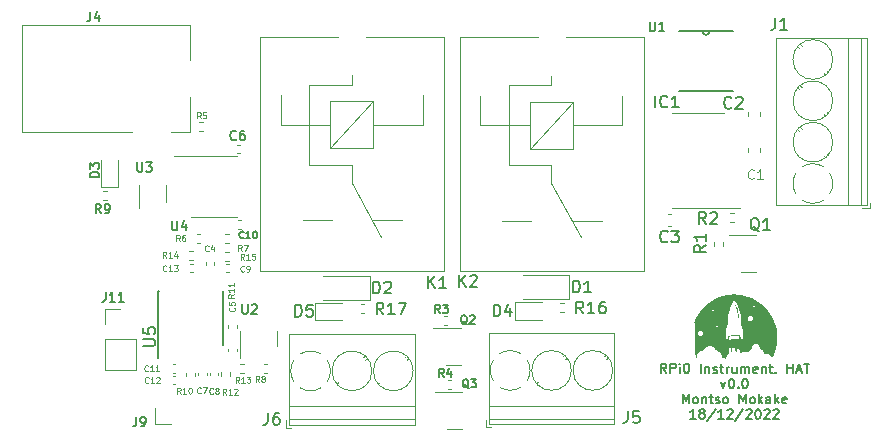
<source format=gbr>
G04 #@! TF.GenerationSoftware,KiCad,Pcbnew,(6.0.0)*
G04 #@! TF.CreationDate,2023-01-15T16:22:46+02:00*
G04 #@! TF.ProjectId,Pi HAT,50692048-4154-42e6-9b69-6361645f7063,0.0*
G04 #@! TF.SameCoordinates,Original*
G04 #@! TF.FileFunction,Legend,Top*
G04 #@! TF.FilePolarity,Positive*
%FSLAX46Y46*%
G04 Gerber Fmt 4.6, Leading zero omitted, Abs format (unit mm)*
G04 Created by KiCad (PCBNEW (6.0.0)) date 2023-01-15 16:22:46*
%MOMM*%
%LPD*%
G01*
G04 APERTURE LIST*
%ADD10C,0.130000*%
%ADD11C,0.150000*%
%ADD12C,0.125000*%
%ADD13C,0.120000*%
%ADD14C,0.152400*%
G04 APERTURE END LIST*
D10*
X166918571Y-127489904D02*
X166651904Y-127108952D01*
X166461428Y-127489904D02*
X166461428Y-126689904D01*
X166766190Y-126689904D01*
X166842380Y-126728000D01*
X166880476Y-126766095D01*
X166918571Y-126842285D01*
X166918571Y-126956571D01*
X166880476Y-127032761D01*
X166842380Y-127070857D01*
X166766190Y-127108952D01*
X166461428Y-127108952D01*
X167261428Y-127489904D02*
X167261428Y-126689904D01*
X167566190Y-126689904D01*
X167642380Y-126728000D01*
X167680476Y-126766095D01*
X167718571Y-126842285D01*
X167718571Y-126956571D01*
X167680476Y-127032761D01*
X167642380Y-127070857D01*
X167566190Y-127108952D01*
X167261428Y-127108952D01*
X168061428Y-127489904D02*
X168061428Y-126956571D01*
X168061428Y-126689904D02*
X168023333Y-126728000D01*
X168061428Y-126766095D01*
X168099523Y-126728000D01*
X168061428Y-126689904D01*
X168061428Y-126766095D01*
X168594761Y-126689904D02*
X168670952Y-126689904D01*
X168747142Y-126728000D01*
X168785238Y-126766095D01*
X168823333Y-126842285D01*
X168861428Y-126994666D01*
X168861428Y-127185142D01*
X168823333Y-127337523D01*
X168785238Y-127413714D01*
X168747142Y-127451809D01*
X168670952Y-127489904D01*
X168594761Y-127489904D01*
X168518571Y-127451809D01*
X168480476Y-127413714D01*
X168442380Y-127337523D01*
X168404285Y-127185142D01*
X168404285Y-126994666D01*
X168442380Y-126842285D01*
X168480476Y-126766095D01*
X168518571Y-126728000D01*
X168594761Y-126689904D01*
X169813809Y-127489904D02*
X169813809Y-126689904D01*
X170194761Y-126956571D02*
X170194761Y-127489904D01*
X170194761Y-127032761D02*
X170232857Y-126994666D01*
X170309047Y-126956571D01*
X170423333Y-126956571D01*
X170499523Y-126994666D01*
X170537619Y-127070857D01*
X170537619Y-127489904D01*
X170880476Y-127451809D02*
X170956666Y-127489904D01*
X171109047Y-127489904D01*
X171185238Y-127451809D01*
X171223333Y-127375619D01*
X171223333Y-127337523D01*
X171185238Y-127261333D01*
X171109047Y-127223238D01*
X170994761Y-127223238D01*
X170918571Y-127185142D01*
X170880476Y-127108952D01*
X170880476Y-127070857D01*
X170918571Y-126994666D01*
X170994761Y-126956571D01*
X171109047Y-126956571D01*
X171185238Y-126994666D01*
X171451904Y-126956571D02*
X171756666Y-126956571D01*
X171566190Y-126689904D02*
X171566190Y-127375619D01*
X171604285Y-127451809D01*
X171680476Y-127489904D01*
X171756666Y-127489904D01*
X172023333Y-127489904D02*
X172023333Y-126956571D01*
X172023333Y-127108952D02*
X172061428Y-127032761D01*
X172099523Y-126994666D01*
X172175714Y-126956571D01*
X172251904Y-126956571D01*
X172861428Y-126956571D02*
X172861428Y-127489904D01*
X172518571Y-126956571D02*
X172518571Y-127375619D01*
X172556666Y-127451809D01*
X172632857Y-127489904D01*
X172747142Y-127489904D01*
X172823333Y-127451809D01*
X172861428Y-127413714D01*
X173242380Y-127489904D02*
X173242380Y-126956571D01*
X173242380Y-127032761D02*
X173280476Y-126994666D01*
X173356666Y-126956571D01*
X173470952Y-126956571D01*
X173547142Y-126994666D01*
X173585238Y-127070857D01*
X173585238Y-127489904D01*
X173585238Y-127070857D02*
X173623333Y-126994666D01*
X173699523Y-126956571D01*
X173813809Y-126956571D01*
X173890000Y-126994666D01*
X173928095Y-127070857D01*
X173928095Y-127489904D01*
X174613809Y-127451809D02*
X174537619Y-127489904D01*
X174385238Y-127489904D01*
X174309047Y-127451809D01*
X174270952Y-127375619D01*
X174270952Y-127070857D01*
X174309047Y-126994666D01*
X174385238Y-126956571D01*
X174537619Y-126956571D01*
X174613809Y-126994666D01*
X174651904Y-127070857D01*
X174651904Y-127147047D01*
X174270952Y-127223238D01*
X174994761Y-126956571D02*
X174994761Y-127489904D01*
X174994761Y-127032761D02*
X175032857Y-126994666D01*
X175109047Y-126956571D01*
X175223333Y-126956571D01*
X175299523Y-126994666D01*
X175337619Y-127070857D01*
X175337619Y-127489904D01*
X175604285Y-126956571D02*
X175909047Y-126956571D01*
X175718571Y-126689904D02*
X175718571Y-127375619D01*
X175756666Y-127451809D01*
X175832857Y-127489904D01*
X175909047Y-127489904D01*
X176175714Y-127413714D02*
X176213809Y-127451809D01*
X176175714Y-127489904D01*
X176137619Y-127451809D01*
X176175714Y-127413714D01*
X176175714Y-127489904D01*
X177166190Y-127489904D02*
X177166190Y-126689904D01*
X177166190Y-127070857D02*
X177623333Y-127070857D01*
X177623333Y-127489904D02*
X177623333Y-126689904D01*
X177966190Y-127261333D02*
X178347142Y-127261333D01*
X177890000Y-127489904D02*
X178156666Y-126689904D01*
X178423333Y-127489904D01*
X178575714Y-126689904D02*
X179032857Y-126689904D01*
X178804285Y-127489904D02*
X178804285Y-126689904D01*
X171547142Y-128244571D02*
X171737619Y-128777904D01*
X171928095Y-128244571D01*
X172385238Y-127977904D02*
X172461428Y-127977904D01*
X172537619Y-128016000D01*
X172575714Y-128054095D01*
X172613809Y-128130285D01*
X172651904Y-128282666D01*
X172651904Y-128473142D01*
X172613809Y-128625523D01*
X172575714Y-128701714D01*
X172537619Y-128739809D01*
X172461428Y-128777904D01*
X172385238Y-128777904D01*
X172309047Y-128739809D01*
X172270952Y-128701714D01*
X172232857Y-128625523D01*
X172194761Y-128473142D01*
X172194761Y-128282666D01*
X172232857Y-128130285D01*
X172270952Y-128054095D01*
X172309047Y-128016000D01*
X172385238Y-127977904D01*
X172994761Y-128701714D02*
X173032857Y-128739809D01*
X172994761Y-128777904D01*
X172956666Y-128739809D01*
X172994761Y-128701714D01*
X172994761Y-128777904D01*
X173528095Y-127977904D02*
X173604285Y-127977904D01*
X173680476Y-128016000D01*
X173718571Y-128054095D01*
X173756666Y-128130285D01*
X173794761Y-128282666D01*
X173794761Y-128473142D01*
X173756666Y-128625523D01*
X173718571Y-128701714D01*
X173680476Y-128739809D01*
X173604285Y-128777904D01*
X173528095Y-128777904D01*
X173451904Y-128739809D01*
X173413809Y-128701714D01*
X173375714Y-128625523D01*
X173337619Y-128473142D01*
X173337619Y-128282666D01*
X173375714Y-128130285D01*
X173413809Y-128054095D01*
X173451904Y-128016000D01*
X173528095Y-127977904D01*
X168309047Y-130065904D02*
X168309047Y-129265904D01*
X168575714Y-129837333D01*
X168842380Y-129265904D01*
X168842380Y-130065904D01*
X169337619Y-130065904D02*
X169261428Y-130027809D01*
X169223333Y-129989714D01*
X169185238Y-129913523D01*
X169185238Y-129684952D01*
X169223333Y-129608761D01*
X169261428Y-129570666D01*
X169337619Y-129532571D01*
X169451904Y-129532571D01*
X169528095Y-129570666D01*
X169566190Y-129608761D01*
X169604285Y-129684952D01*
X169604285Y-129913523D01*
X169566190Y-129989714D01*
X169528095Y-130027809D01*
X169451904Y-130065904D01*
X169337619Y-130065904D01*
X169947142Y-129532571D02*
X169947142Y-130065904D01*
X169947142Y-129608761D02*
X169985238Y-129570666D01*
X170061428Y-129532571D01*
X170175714Y-129532571D01*
X170251904Y-129570666D01*
X170290000Y-129646857D01*
X170290000Y-130065904D01*
X170556666Y-129532571D02*
X170861428Y-129532571D01*
X170670952Y-129265904D02*
X170670952Y-129951619D01*
X170709047Y-130027809D01*
X170785238Y-130065904D01*
X170861428Y-130065904D01*
X171090000Y-130027809D02*
X171166190Y-130065904D01*
X171318571Y-130065904D01*
X171394761Y-130027809D01*
X171432857Y-129951619D01*
X171432857Y-129913523D01*
X171394761Y-129837333D01*
X171318571Y-129799238D01*
X171204285Y-129799238D01*
X171128095Y-129761142D01*
X171090000Y-129684952D01*
X171090000Y-129646857D01*
X171128095Y-129570666D01*
X171204285Y-129532571D01*
X171318571Y-129532571D01*
X171394761Y-129570666D01*
X171890000Y-130065904D02*
X171813809Y-130027809D01*
X171775714Y-129989714D01*
X171737619Y-129913523D01*
X171737619Y-129684952D01*
X171775714Y-129608761D01*
X171813809Y-129570666D01*
X171890000Y-129532571D01*
X172004285Y-129532571D01*
X172080476Y-129570666D01*
X172118571Y-129608761D01*
X172156666Y-129684952D01*
X172156666Y-129913523D01*
X172118571Y-129989714D01*
X172080476Y-130027809D01*
X172004285Y-130065904D01*
X171890000Y-130065904D01*
X173109047Y-130065904D02*
X173109047Y-129265904D01*
X173375714Y-129837333D01*
X173642380Y-129265904D01*
X173642380Y-130065904D01*
X174137619Y-130065904D02*
X174061428Y-130027809D01*
X174023333Y-129989714D01*
X173985238Y-129913523D01*
X173985238Y-129684952D01*
X174023333Y-129608761D01*
X174061428Y-129570666D01*
X174137619Y-129532571D01*
X174251904Y-129532571D01*
X174328095Y-129570666D01*
X174366190Y-129608761D01*
X174404285Y-129684952D01*
X174404285Y-129913523D01*
X174366190Y-129989714D01*
X174328095Y-130027809D01*
X174251904Y-130065904D01*
X174137619Y-130065904D01*
X174747142Y-130065904D02*
X174747142Y-129265904D01*
X174823333Y-129761142D02*
X175051904Y-130065904D01*
X175051904Y-129532571D02*
X174747142Y-129837333D01*
X175737619Y-130065904D02*
X175737619Y-129646857D01*
X175699523Y-129570666D01*
X175623333Y-129532571D01*
X175470952Y-129532571D01*
X175394761Y-129570666D01*
X175737619Y-130027809D02*
X175661428Y-130065904D01*
X175470952Y-130065904D01*
X175394761Y-130027809D01*
X175356666Y-129951619D01*
X175356666Y-129875428D01*
X175394761Y-129799238D01*
X175470952Y-129761142D01*
X175661428Y-129761142D01*
X175737619Y-129723047D01*
X176118571Y-130065904D02*
X176118571Y-129265904D01*
X176194761Y-129761142D02*
X176423333Y-130065904D01*
X176423333Y-129532571D02*
X176118571Y-129837333D01*
X177070952Y-130027809D02*
X176994761Y-130065904D01*
X176842380Y-130065904D01*
X176766190Y-130027809D01*
X176728095Y-129951619D01*
X176728095Y-129646857D01*
X176766190Y-129570666D01*
X176842380Y-129532571D01*
X176994761Y-129532571D01*
X177070952Y-129570666D01*
X177109047Y-129646857D01*
X177109047Y-129723047D01*
X176728095Y-129799238D01*
X169413809Y-131353904D02*
X168956666Y-131353904D01*
X169185238Y-131353904D02*
X169185238Y-130553904D01*
X169109047Y-130668190D01*
X169032857Y-130744380D01*
X168956666Y-130782476D01*
X169870952Y-130896761D02*
X169794761Y-130858666D01*
X169756666Y-130820571D01*
X169718571Y-130744380D01*
X169718571Y-130706285D01*
X169756666Y-130630095D01*
X169794761Y-130592000D01*
X169870952Y-130553904D01*
X170023333Y-130553904D01*
X170099523Y-130592000D01*
X170137619Y-130630095D01*
X170175714Y-130706285D01*
X170175714Y-130744380D01*
X170137619Y-130820571D01*
X170099523Y-130858666D01*
X170023333Y-130896761D01*
X169870952Y-130896761D01*
X169794761Y-130934857D01*
X169756666Y-130972952D01*
X169718571Y-131049142D01*
X169718571Y-131201523D01*
X169756666Y-131277714D01*
X169794761Y-131315809D01*
X169870952Y-131353904D01*
X170023333Y-131353904D01*
X170099523Y-131315809D01*
X170137619Y-131277714D01*
X170175714Y-131201523D01*
X170175714Y-131049142D01*
X170137619Y-130972952D01*
X170099523Y-130934857D01*
X170023333Y-130896761D01*
X171090000Y-130515809D02*
X170404285Y-131544380D01*
X171775714Y-131353904D02*
X171318571Y-131353904D01*
X171547142Y-131353904D02*
X171547142Y-130553904D01*
X171470952Y-130668190D01*
X171394761Y-130744380D01*
X171318571Y-130782476D01*
X172080476Y-130630095D02*
X172118571Y-130592000D01*
X172194761Y-130553904D01*
X172385238Y-130553904D01*
X172461428Y-130592000D01*
X172499523Y-130630095D01*
X172537619Y-130706285D01*
X172537619Y-130782476D01*
X172499523Y-130896761D01*
X172042380Y-131353904D01*
X172537619Y-131353904D01*
X173451904Y-130515809D02*
X172766190Y-131544380D01*
X173680476Y-130630095D02*
X173718571Y-130592000D01*
X173794761Y-130553904D01*
X173985238Y-130553904D01*
X174061428Y-130592000D01*
X174099523Y-130630095D01*
X174137619Y-130706285D01*
X174137619Y-130782476D01*
X174099523Y-130896761D01*
X173642380Y-131353904D01*
X174137619Y-131353904D01*
X174632857Y-130553904D02*
X174709047Y-130553904D01*
X174785238Y-130592000D01*
X174823333Y-130630095D01*
X174861428Y-130706285D01*
X174899523Y-130858666D01*
X174899523Y-131049142D01*
X174861428Y-131201523D01*
X174823333Y-131277714D01*
X174785238Y-131315809D01*
X174709047Y-131353904D01*
X174632857Y-131353904D01*
X174556666Y-131315809D01*
X174518571Y-131277714D01*
X174480476Y-131201523D01*
X174442380Y-131049142D01*
X174442380Y-130858666D01*
X174480476Y-130706285D01*
X174518571Y-130630095D01*
X174556666Y-130592000D01*
X174632857Y-130553904D01*
X175204285Y-130630095D02*
X175242380Y-130592000D01*
X175318571Y-130553904D01*
X175509047Y-130553904D01*
X175585238Y-130592000D01*
X175623333Y-130630095D01*
X175661428Y-130706285D01*
X175661428Y-130782476D01*
X175623333Y-130896761D01*
X175166190Y-131353904D01*
X175661428Y-131353904D01*
X175966190Y-130630095D02*
X176004285Y-130592000D01*
X176080476Y-130553904D01*
X176270952Y-130553904D01*
X176347142Y-130592000D01*
X176385238Y-130630095D01*
X176423333Y-130706285D01*
X176423333Y-130782476D01*
X176385238Y-130896761D01*
X175928095Y-131353904D01*
X176423333Y-131353904D01*
D11*
X176126666Y-97442380D02*
X176126666Y-98156666D01*
X176079047Y-98299523D01*
X175983809Y-98394761D01*
X175840952Y-98442380D01*
X175745714Y-98442380D01*
X177126666Y-98442380D02*
X176555238Y-98442380D01*
X176840952Y-98442380D02*
X176840952Y-97442380D01*
X176745714Y-97585238D01*
X176650476Y-97680476D01*
X176555238Y-97728095D01*
X152292904Y-122694380D02*
X152292904Y-121694380D01*
X152531000Y-121694380D01*
X152673857Y-121742000D01*
X152769095Y-121837238D01*
X152816714Y-121932476D01*
X152864333Y-122122952D01*
X152864333Y-122265809D01*
X152816714Y-122456285D01*
X152769095Y-122551523D01*
X152673857Y-122646761D01*
X152531000Y-122694380D01*
X152292904Y-122694380D01*
X153721476Y-122027714D02*
X153721476Y-122694380D01*
X153483380Y-121646761D02*
X153245285Y-122361047D01*
X153864333Y-122361047D01*
X122043333Y-131211904D02*
X122043333Y-131783333D01*
X122005238Y-131897619D01*
X121929047Y-131973809D01*
X121814761Y-132011904D01*
X121738571Y-132011904D01*
X122462380Y-132011904D02*
X122614761Y-132011904D01*
X122690952Y-131973809D01*
X122729047Y-131935714D01*
X122805238Y-131821428D01*
X122843333Y-131669047D01*
X122843333Y-131364285D01*
X122805238Y-131288095D01*
X122767142Y-131250000D01*
X122690952Y-131211904D01*
X122538571Y-131211904D01*
X122462380Y-131250000D01*
X122424285Y-131288095D01*
X122386190Y-131364285D01*
X122386190Y-131554761D01*
X122424285Y-131630952D01*
X122462380Y-131669047D01*
X122538571Y-131707142D01*
X122690952Y-131707142D01*
X122767142Y-131669047D01*
X122805238Y-131630952D01*
X122843333Y-131554761D01*
X170267333Y-114873380D02*
X169934000Y-114397190D01*
X169695904Y-114873380D02*
X169695904Y-113873380D01*
X170076857Y-113873380D01*
X170172095Y-113921000D01*
X170219714Y-113968619D01*
X170267333Y-114063857D01*
X170267333Y-114206714D01*
X170219714Y-114301952D01*
X170172095Y-114349571D01*
X170076857Y-114397190D01*
X169695904Y-114397190D01*
X170648285Y-113968619D02*
X170695904Y-113921000D01*
X170791142Y-113873380D01*
X171029238Y-113873380D01*
X171124476Y-113921000D01*
X171172095Y-113968619D01*
X171219714Y-114063857D01*
X171219714Y-114159095D01*
X171172095Y-114301952D01*
X170600666Y-114873380D01*
X171219714Y-114873380D01*
D12*
X130748571Y-128316190D02*
X130581904Y-128078095D01*
X130462857Y-128316190D02*
X130462857Y-127816190D01*
X130653333Y-127816190D01*
X130700952Y-127840000D01*
X130724761Y-127863809D01*
X130748571Y-127911428D01*
X130748571Y-127982857D01*
X130724761Y-128030476D01*
X130700952Y-128054285D01*
X130653333Y-128078095D01*
X130462857Y-128078095D01*
X131224761Y-128316190D02*
X130939047Y-128316190D01*
X131081904Y-128316190D02*
X131081904Y-127816190D01*
X131034285Y-127887619D01*
X130986666Y-127935238D01*
X130939047Y-127959047D01*
X131391428Y-127816190D02*
X131700952Y-127816190D01*
X131534285Y-128006666D01*
X131605714Y-128006666D01*
X131653333Y-128030476D01*
X131677142Y-128054285D01*
X131700952Y-128101904D01*
X131700952Y-128220952D01*
X131677142Y-128268571D01*
X131653333Y-128292380D01*
X131605714Y-128316190D01*
X131462857Y-128316190D01*
X131415238Y-128292380D01*
X131391428Y-128268571D01*
D11*
X172432333Y-105007142D02*
X172384714Y-105054761D01*
X172241857Y-105102380D01*
X172146619Y-105102380D01*
X172003761Y-105054761D01*
X171908523Y-104959523D01*
X171860904Y-104864285D01*
X171813285Y-104673809D01*
X171813285Y-104530952D01*
X171860904Y-104340476D01*
X171908523Y-104245238D01*
X172003761Y-104150000D01*
X172146619Y-104102380D01*
X172241857Y-104102380D01*
X172384714Y-104150000D01*
X172432333Y-104197619D01*
X172813285Y-104197619D02*
X172860904Y-104150000D01*
X172956142Y-104102380D01*
X173194238Y-104102380D01*
X173289476Y-104150000D01*
X173337095Y-104197619D01*
X173384714Y-104292857D01*
X173384714Y-104388095D01*
X173337095Y-104530952D01*
X172765666Y-105102380D01*
X173384714Y-105102380D01*
X165958809Y-105013380D02*
X165958809Y-104013380D01*
X167006428Y-104918142D02*
X166958809Y-104965761D01*
X166815952Y-105013380D01*
X166720714Y-105013380D01*
X166577857Y-104965761D01*
X166482619Y-104870523D01*
X166435000Y-104775285D01*
X166387380Y-104584809D01*
X166387380Y-104441952D01*
X166435000Y-104251476D01*
X166482619Y-104156238D01*
X166577857Y-104061000D01*
X166720714Y-104013380D01*
X166815952Y-104013380D01*
X166958809Y-104061000D01*
X167006428Y-104108619D01*
X167958809Y-105013380D02*
X167387380Y-105013380D01*
X167673095Y-105013380D02*
X167673095Y-104013380D01*
X167577857Y-104156238D01*
X167482619Y-104251476D01*
X167387380Y-104299095D01*
X170252380Y-116666666D02*
X169776190Y-117000000D01*
X170252380Y-117238095D02*
X169252380Y-117238095D01*
X169252380Y-116857142D01*
X169300000Y-116761904D01*
X169347619Y-116714285D01*
X169442857Y-116666666D01*
X169585714Y-116666666D01*
X169680952Y-116714285D01*
X169728571Y-116761904D01*
X169776190Y-116857142D01*
X169776190Y-117238095D01*
X170252380Y-115714285D02*
X170252380Y-116285714D01*
X170252380Y-116000000D02*
X169252380Y-116000000D01*
X169395238Y-116095238D01*
X169490476Y-116190476D01*
X169538095Y-116285714D01*
X122642380Y-125191904D02*
X123451904Y-125191904D01*
X123547142Y-125144285D01*
X123594761Y-125096666D01*
X123642380Y-125001428D01*
X123642380Y-124810952D01*
X123594761Y-124715714D01*
X123547142Y-124668095D01*
X123451904Y-124620476D01*
X122642380Y-124620476D01*
X122642380Y-123668095D02*
X122642380Y-124144285D01*
X123118571Y-124191904D01*
X123070952Y-124144285D01*
X123023333Y-124049047D01*
X123023333Y-123810952D01*
X123070952Y-123715714D01*
X123118571Y-123668095D01*
X123213809Y-123620476D01*
X123451904Y-123620476D01*
X123547142Y-123668095D01*
X123594761Y-123715714D01*
X123642380Y-123810952D01*
X123642380Y-124049047D01*
X123594761Y-124144285D01*
X123547142Y-124191904D01*
X146751904Y-120292380D02*
X146751904Y-119292380D01*
X147323333Y-120292380D02*
X146894761Y-119720952D01*
X147323333Y-119292380D02*
X146751904Y-119863809D01*
X148275714Y-120292380D02*
X147704285Y-120292380D01*
X147990000Y-120292380D02*
X147990000Y-119292380D01*
X147894761Y-119435238D01*
X147799523Y-119530476D01*
X147704285Y-119578095D01*
X167022333Y-116342142D02*
X166974714Y-116389761D01*
X166831857Y-116437380D01*
X166736619Y-116437380D01*
X166593761Y-116389761D01*
X166498523Y-116294523D01*
X166450904Y-116199285D01*
X166403285Y-116008809D01*
X166403285Y-115865952D01*
X166450904Y-115675476D01*
X166498523Y-115580238D01*
X166593761Y-115485000D01*
X166736619Y-115437380D01*
X166831857Y-115437380D01*
X166974714Y-115485000D01*
X167022333Y-115532619D01*
X167355666Y-115437380D02*
X167974714Y-115437380D01*
X167641380Y-115818333D01*
X167784238Y-115818333D01*
X167879476Y-115865952D01*
X167927095Y-115913571D01*
X167974714Y-116008809D01*
X167974714Y-116246904D01*
X167927095Y-116342142D01*
X167879476Y-116389761D01*
X167784238Y-116437380D01*
X167498523Y-116437380D01*
X167403285Y-116389761D01*
X167355666Y-116342142D01*
X119046666Y-113961904D02*
X118780000Y-113580952D01*
X118589523Y-113961904D02*
X118589523Y-113161904D01*
X118894285Y-113161904D01*
X118970476Y-113200000D01*
X119008571Y-113238095D01*
X119046666Y-113314285D01*
X119046666Y-113428571D01*
X119008571Y-113504761D01*
X118970476Y-113542857D01*
X118894285Y-113580952D01*
X118589523Y-113580952D01*
X119427619Y-113961904D02*
X119580000Y-113961904D01*
X119656190Y-113923809D01*
X119694285Y-113885714D01*
X119770476Y-113771428D01*
X119808571Y-113619047D01*
X119808571Y-113314285D01*
X119770476Y-113238095D01*
X119732380Y-113200000D01*
X119656190Y-113161904D01*
X119503809Y-113161904D01*
X119427619Y-113200000D01*
X119389523Y-113238095D01*
X119351428Y-113314285D01*
X119351428Y-113504761D01*
X119389523Y-113580952D01*
X119427619Y-113619047D01*
X119503809Y-113657142D01*
X119656190Y-113657142D01*
X119732380Y-113619047D01*
X119770476Y-113580952D01*
X119808571Y-113504761D01*
X159023904Y-120662380D02*
X159023904Y-119662380D01*
X159262000Y-119662380D01*
X159404857Y-119710000D01*
X159500095Y-119805238D01*
X159547714Y-119900476D01*
X159595333Y-120090952D01*
X159595333Y-120233809D01*
X159547714Y-120424285D01*
X159500095Y-120519523D01*
X159404857Y-120614761D01*
X159262000Y-120662380D01*
X159023904Y-120662380D01*
X160547714Y-120662380D02*
X159976285Y-120662380D01*
X160262000Y-120662380D02*
X160262000Y-119662380D01*
X160166761Y-119805238D01*
X160071523Y-119900476D01*
X159976285Y-119948095D01*
X142102904Y-120760380D02*
X142102904Y-119760380D01*
X142341000Y-119760380D01*
X142483857Y-119808000D01*
X142579095Y-119903238D01*
X142626714Y-119998476D01*
X142674333Y-120188952D01*
X142674333Y-120331809D01*
X142626714Y-120522285D01*
X142579095Y-120617523D01*
X142483857Y-120712761D01*
X142341000Y-120760380D01*
X142102904Y-120760380D01*
X143055285Y-119855619D02*
X143102904Y-119808000D01*
X143198142Y-119760380D01*
X143436238Y-119760380D01*
X143531476Y-119808000D01*
X143579095Y-119855619D01*
X143626714Y-119950857D01*
X143626714Y-120046095D01*
X143579095Y-120188952D01*
X143007666Y-120760380D01*
X143626714Y-120760380D01*
D12*
X127496666Y-129168571D02*
X127472857Y-129192380D01*
X127401428Y-129216190D01*
X127353809Y-129216190D01*
X127282380Y-129192380D01*
X127234761Y-129144761D01*
X127210952Y-129097142D01*
X127187142Y-129001904D01*
X127187142Y-128930476D01*
X127210952Y-128835238D01*
X127234761Y-128787619D01*
X127282380Y-128740000D01*
X127353809Y-128716190D01*
X127401428Y-128716190D01*
X127472857Y-128740000D01*
X127496666Y-128763809D01*
X127663333Y-128716190D02*
X127996666Y-128716190D01*
X127782380Y-129216190D01*
X130306190Y-120831428D02*
X130068095Y-120998095D01*
X130306190Y-121117142D02*
X129806190Y-121117142D01*
X129806190Y-120926666D01*
X129830000Y-120879047D01*
X129853809Y-120855238D01*
X129901428Y-120831428D01*
X129972857Y-120831428D01*
X130020476Y-120855238D01*
X130044285Y-120879047D01*
X130068095Y-120926666D01*
X130068095Y-121117142D01*
X130306190Y-120355238D02*
X130306190Y-120640952D01*
X130306190Y-120498095D02*
X129806190Y-120498095D01*
X129877619Y-120545714D01*
X129925238Y-120593333D01*
X129949047Y-120640952D01*
X130306190Y-119879047D02*
X130306190Y-120164761D01*
X130306190Y-120021904D02*
X129806190Y-120021904D01*
X129877619Y-120069523D01*
X129925238Y-120117142D01*
X129949047Y-120164761D01*
X124598571Y-117716190D02*
X124431904Y-117478095D01*
X124312857Y-117716190D02*
X124312857Y-117216190D01*
X124503333Y-117216190D01*
X124550952Y-117240000D01*
X124574761Y-117263809D01*
X124598571Y-117311428D01*
X124598571Y-117382857D01*
X124574761Y-117430476D01*
X124550952Y-117454285D01*
X124503333Y-117478095D01*
X124312857Y-117478095D01*
X125074761Y-117716190D02*
X124789047Y-117716190D01*
X124931904Y-117716190D02*
X124931904Y-117216190D01*
X124884285Y-117287619D01*
X124836666Y-117335238D01*
X124789047Y-117359047D01*
X125503333Y-117382857D02*
X125503333Y-117716190D01*
X125384285Y-117192380D02*
X125265238Y-117549523D01*
X125574761Y-117549523D01*
D11*
X125070476Y-114611904D02*
X125070476Y-115259523D01*
X125108571Y-115335714D01*
X125146666Y-115373809D01*
X125222857Y-115411904D01*
X125375238Y-115411904D01*
X125451428Y-115373809D01*
X125489523Y-115335714D01*
X125527619Y-115259523D01*
X125527619Y-114611904D01*
X126251428Y-114878571D02*
X126251428Y-115411904D01*
X126060952Y-114573809D02*
X125870476Y-115145238D01*
X126365714Y-115145238D01*
X150174333Y-128780333D02*
X150107666Y-128747000D01*
X150041000Y-128680333D01*
X149941000Y-128580333D01*
X149874333Y-128547000D01*
X149807666Y-128547000D01*
X149841000Y-128713666D02*
X149774333Y-128680333D01*
X149707666Y-128613666D01*
X149674333Y-128480333D01*
X149674333Y-128247000D01*
X149707666Y-128113666D01*
X149774333Y-128047000D01*
X149841000Y-128013666D01*
X149974333Y-128013666D01*
X150041000Y-128047000D01*
X150107666Y-128113666D01*
X150141000Y-128247000D01*
X150141000Y-128480333D01*
X150107666Y-128613666D01*
X150041000Y-128680333D01*
X149974333Y-128713666D01*
X149841000Y-128713666D01*
X150374333Y-128013666D02*
X150807666Y-128013666D01*
X150574333Y-128280333D01*
X150674333Y-128280333D01*
X150741000Y-128313666D01*
X150774333Y-128347000D01*
X150807666Y-128413666D01*
X150807666Y-128580333D01*
X150774333Y-128647000D01*
X150741000Y-128680333D01*
X150674333Y-128713666D01*
X150474333Y-128713666D01*
X150407666Y-128680333D01*
X150374333Y-128647000D01*
D12*
X127506666Y-105936190D02*
X127340000Y-105698095D01*
X127220952Y-105936190D02*
X127220952Y-105436190D01*
X127411428Y-105436190D01*
X127459047Y-105460000D01*
X127482857Y-105483809D01*
X127506666Y-105531428D01*
X127506666Y-105602857D01*
X127482857Y-105650476D01*
X127459047Y-105674285D01*
X127411428Y-105698095D01*
X127220952Y-105698095D01*
X127959047Y-105436190D02*
X127720952Y-105436190D01*
X127697142Y-105674285D01*
X127720952Y-105650476D01*
X127768571Y-105626666D01*
X127887619Y-105626666D01*
X127935238Y-105650476D01*
X127959047Y-105674285D01*
X127982857Y-105721904D01*
X127982857Y-105840952D01*
X127959047Y-105888571D01*
X127935238Y-105912380D01*
X127887619Y-105936190D01*
X127768571Y-105936190D01*
X127720952Y-105912380D01*
X127697142Y-105888571D01*
X129678571Y-129316190D02*
X129511904Y-129078095D01*
X129392857Y-129316190D02*
X129392857Y-128816190D01*
X129583333Y-128816190D01*
X129630952Y-128840000D01*
X129654761Y-128863809D01*
X129678571Y-128911428D01*
X129678571Y-128982857D01*
X129654761Y-129030476D01*
X129630952Y-129054285D01*
X129583333Y-129078095D01*
X129392857Y-129078095D01*
X130154761Y-129316190D02*
X129869047Y-129316190D01*
X130011904Y-129316190D02*
X130011904Y-128816190D01*
X129964285Y-128887619D01*
X129916666Y-128935238D01*
X129869047Y-128959047D01*
X130345238Y-128863809D02*
X130369047Y-128840000D01*
X130416666Y-128816190D01*
X130535714Y-128816190D01*
X130583333Y-128840000D01*
X130607142Y-128863809D01*
X130630952Y-128911428D01*
X130630952Y-128959047D01*
X130607142Y-129030476D01*
X130321428Y-129316190D01*
X130630952Y-129316190D01*
D11*
X118891904Y-110912976D02*
X118091904Y-110912976D01*
X118091904Y-110722500D01*
X118130000Y-110608214D01*
X118206190Y-110532023D01*
X118282380Y-110493928D01*
X118434761Y-110455833D01*
X118549047Y-110455833D01*
X118701428Y-110493928D01*
X118777619Y-110532023D01*
X118853809Y-110608214D01*
X118891904Y-110722500D01*
X118891904Y-110912976D01*
X118091904Y-110189166D02*
X118091904Y-109693928D01*
X118396666Y-109960595D01*
X118396666Y-109846309D01*
X118434761Y-109770119D01*
X118472857Y-109732023D01*
X118549047Y-109693928D01*
X118739523Y-109693928D01*
X118815714Y-109732023D01*
X118853809Y-109770119D01*
X118891904Y-109846309D01*
X118891904Y-110074880D01*
X118853809Y-110151071D01*
X118815714Y-110189166D01*
X149351904Y-120192380D02*
X149351904Y-119192380D01*
X149923333Y-120192380D02*
X149494761Y-119620952D01*
X149923333Y-119192380D02*
X149351904Y-119763809D01*
X150304285Y-119287619D02*
X150351904Y-119240000D01*
X150447142Y-119192380D01*
X150685238Y-119192380D01*
X150780476Y-119240000D01*
X150828095Y-119287619D01*
X150875714Y-119382857D01*
X150875714Y-119478095D01*
X150828095Y-119620952D01*
X150256666Y-120192380D01*
X150875714Y-120192380D01*
X119442380Y-120641904D02*
X119442380Y-121213333D01*
X119404285Y-121327619D01*
X119328095Y-121403809D01*
X119213809Y-121441904D01*
X119137619Y-121441904D01*
X120242380Y-121441904D02*
X119785238Y-121441904D01*
X120013809Y-121441904D02*
X120013809Y-120641904D01*
X119937619Y-120756190D01*
X119861428Y-120832380D01*
X119785238Y-120870476D01*
X121004285Y-121441904D02*
X120547142Y-121441904D01*
X120775714Y-121441904D02*
X120775714Y-120641904D01*
X120699523Y-120756190D01*
X120623333Y-120832380D01*
X120547142Y-120870476D01*
D12*
X131175066Y-118860371D02*
X131151257Y-118884180D01*
X131079828Y-118907990D01*
X131032209Y-118907990D01*
X130960780Y-118884180D01*
X130913161Y-118836561D01*
X130889352Y-118788942D01*
X130865542Y-118693704D01*
X130865542Y-118622276D01*
X130889352Y-118527038D01*
X130913161Y-118479419D01*
X130960780Y-118431800D01*
X131032209Y-118407990D01*
X131079828Y-118407990D01*
X131151257Y-118431800D01*
X131175066Y-118455609D01*
X131413161Y-118907990D02*
X131508400Y-118907990D01*
X131556019Y-118884180D01*
X131579828Y-118860371D01*
X131627447Y-118788942D01*
X131651257Y-118693704D01*
X131651257Y-118503228D01*
X131627447Y-118455609D01*
X131603638Y-118431800D01*
X131556019Y-118407990D01*
X131460780Y-118407990D01*
X131413161Y-118431800D01*
X131389352Y-118455609D01*
X131365542Y-118503228D01*
X131365542Y-118622276D01*
X131389352Y-118669895D01*
X131413161Y-118693704D01*
X131460780Y-118717514D01*
X131556019Y-118717514D01*
X131603638Y-118693704D01*
X131627447Y-118669895D01*
X131651257Y-118622276D01*
D11*
X131134285Y-116044285D02*
X131105714Y-116072857D01*
X131020000Y-116101428D01*
X130962857Y-116101428D01*
X130877142Y-116072857D01*
X130820000Y-116015714D01*
X130791428Y-115958571D01*
X130762857Y-115844285D01*
X130762857Y-115758571D01*
X130791428Y-115644285D01*
X130820000Y-115587142D01*
X130877142Y-115530000D01*
X130962857Y-115501428D01*
X131020000Y-115501428D01*
X131105714Y-115530000D01*
X131134285Y-115558571D01*
X131705714Y-116101428D02*
X131362857Y-116101428D01*
X131534285Y-116101428D02*
X131534285Y-115501428D01*
X131477142Y-115587142D01*
X131420000Y-115644285D01*
X131362857Y-115672857D01*
X132077142Y-115501428D02*
X132134285Y-115501428D01*
X132191428Y-115530000D01*
X132220000Y-115558571D01*
X132248571Y-115615714D01*
X132277142Y-115730000D01*
X132277142Y-115872857D01*
X132248571Y-115987142D01*
X132220000Y-116044285D01*
X132191428Y-116072857D01*
X132134285Y-116101428D01*
X132077142Y-116101428D01*
X132020000Y-116072857D01*
X131991428Y-116044285D01*
X131962857Y-115987142D01*
X131934285Y-115872857D01*
X131934285Y-115730000D01*
X131962857Y-115615714D01*
X131991428Y-115558571D01*
X132020000Y-115530000D01*
X132077142Y-115501428D01*
D12*
X124598571Y-118828571D02*
X124574761Y-118852380D01*
X124503333Y-118876190D01*
X124455714Y-118876190D01*
X124384285Y-118852380D01*
X124336666Y-118804761D01*
X124312857Y-118757142D01*
X124289047Y-118661904D01*
X124289047Y-118590476D01*
X124312857Y-118495238D01*
X124336666Y-118447619D01*
X124384285Y-118400000D01*
X124455714Y-118376190D01*
X124503333Y-118376190D01*
X124574761Y-118400000D01*
X124598571Y-118423809D01*
X125074761Y-118876190D02*
X124789047Y-118876190D01*
X124931904Y-118876190D02*
X124931904Y-118376190D01*
X124884285Y-118447619D01*
X124836666Y-118495238D01*
X124789047Y-118519047D01*
X125241428Y-118376190D02*
X125550952Y-118376190D01*
X125384285Y-118566666D01*
X125455714Y-118566666D01*
X125503333Y-118590476D01*
X125527142Y-118614285D01*
X125550952Y-118661904D01*
X125550952Y-118780952D01*
X125527142Y-118828571D01*
X125503333Y-118852380D01*
X125455714Y-118876190D01*
X125312857Y-118876190D01*
X125265238Y-118852380D01*
X125241428Y-118828571D01*
D11*
X147760833Y-122414466D02*
X147527500Y-122081133D01*
X147360833Y-122414466D02*
X147360833Y-121714466D01*
X147627500Y-121714466D01*
X147694166Y-121747800D01*
X147727500Y-121781133D01*
X147760833Y-121847800D01*
X147760833Y-121947800D01*
X147727500Y-122014466D01*
X147694166Y-122047800D01*
X147627500Y-122081133D01*
X147360833Y-122081133D01*
X147994166Y-121714466D02*
X148427500Y-121714466D01*
X148194166Y-121981133D01*
X148294166Y-121981133D01*
X148360833Y-122014466D01*
X148394166Y-122047800D01*
X148427500Y-122114466D01*
X148427500Y-122281133D01*
X148394166Y-122347800D01*
X148360833Y-122381133D01*
X148294166Y-122414466D01*
X148094166Y-122414466D01*
X148027500Y-122381133D01*
X147994166Y-122347800D01*
D12*
X128536666Y-129218571D02*
X128512857Y-129242380D01*
X128441428Y-129266190D01*
X128393809Y-129266190D01*
X128322380Y-129242380D01*
X128274761Y-129194761D01*
X128250952Y-129147142D01*
X128227142Y-129051904D01*
X128227142Y-128980476D01*
X128250952Y-128885238D01*
X128274761Y-128837619D01*
X128322380Y-128790000D01*
X128393809Y-128766190D01*
X128441428Y-128766190D01*
X128512857Y-128790000D01*
X128536666Y-128813809D01*
X128822380Y-128980476D02*
X128774761Y-128956666D01*
X128750952Y-128932857D01*
X128727142Y-128885238D01*
X128727142Y-128861428D01*
X128750952Y-128813809D01*
X128774761Y-128790000D01*
X128822380Y-128766190D01*
X128917619Y-128766190D01*
X128965238Y-128790000D01*
X128989047Y-128813809D01*
X129012857Y-128861428D01*
X129012857Y-128885238D01*
X128989047Y-128932857D01*
X128965238Y-128956666D01*
X128917619Y-128980476D01*
X128822380Y-128980476D01*
X128774761Y-129004285D01*
X128750952Y-129028095D01*
X128727142Y-129075714D01*
X128727142Y-129170952D01*
X128750952Y-129218571D01*
X128774761Y-129242380D01*
X128822380Y-129266190D01*
X128917619Y-129266190D01*
X128965238Y-129242380D01*
X128989047Y-129218571D01*
X129012857Y-129170952D01*
X129012857Y-129075714D01*
X128989047Y-129028095D01*
X128965238Y-129004285D01*
X128917619Y-128980476D01*
D11*
X163656666Y-130712380D02*
X163656666Y-131426666D01*
X163609047Y-131569523D01*
X163513809Y-131664761D01*
X163370952Y-131712380D01*
X163275714Y-131712380D01*
X164609047Y-130712380D02*
X164132857Y-130712380D01*
X164085238Y-131188571D01*
X164132857Y-131140952D01*
X164228095Y-131093333D01*
X164466190Y-131093333D01*
X164561428Y-131140952D01*
X164609047Y-131188571D01*
X164656666Y-131283809D01*
X164656666Y-131521904D01*
X164609047Y-131617142D01*
X164561428Y-131664761D01*
X164466190Y-131712380D01*
X164228095Y-131712380D01*
X164132857Y-131664761D01*
X164085238Y-131617142D01*
D12*
X132446666Y-128246190D02*
X132280000Y-128008095D01*
X132160952Y-128246190D02*
X132160952Y-127746190D01*
X132351428Y-127746190D01*
X132399047Y-127770000D01*
X132422857Y-127793809D01*
X132446666Y-127841428D01*
X132446666Y-127912857D01*
X132422857Y-127960476D01*
X132399047Y-127984285D01*
X132351428Y-128008095D01*
X132160952Y-128008095D01*
X132732380Y-127960476D02*
X132684761Y-127936666D01*
X132660952Y-127912857D01*
X132637142Y-127865238D01*
X132637142Y-127841428D01*
X132660952Y-127793809D01*
X132684761Y-127770000D01*
X132732380Y-127746190D01*
X132827619Y-127746190D01*
X132875238Y-127770000D01*
X132899047Y-127793809D01*
X132922857Y-127841428D01*
X132922857Y-127865238D01*
X132899047Y-127912857D01*
X132875238Y-127936666D01*
X132827619Y-127960476D01*
X132732380Y-127960476D01*
X132684761Y-127984285D01*
X132660952Y-128008095D01*
X132637142Y-128055714D01*
X132637142Y-128150952D01*
X132660952Y-128198571D01*
X132684761Y-128222380D01*
X132732380Y-128246190D01*
X132827619Y-128246190D01*
X132875238Y-128222380D01*
X132899047Y-128198571D01*
X132922857Y-128150952D01*
X132922857Y-128055714D01*
X132899047Y-128008095D01*
X132875238Y-127984285D01*
X132827619Y-127960476D01*
X125726666Y-116306190D02*
X125560000Y-116068095D01*
X125440952Y-116306190D02*
X125440952Y-115806190D01*
X125631428Y-115806190D01*
X125679047Y-115830000D01*
X125702857Y-115853809D01*
X125726666Y-115901428D01*
X125726666Y-115972857D01*
X125702857Y-116020476D01*
X125679047Y-116044285D01*
X125631428Y-116068095D01*
X125440952Y-116068095D01*
X126155238Y-115806190D02*
X126060000Y-115806190D01*
X126012380Y-115830000D01*
X125988571Y-115853809D01*
X125940952Y-115925238D01*
X125917142Y-116020476D01*
X125917142Y-116210952D01*
X125940952Y-116258571D01*
X125964761Y-116282380D01*
X126012380Y-116306190D01*
X126107619Y-116306190D01*
X126155238Y-116282380D01*
X126179047Y-116258571D01*
X126202857Y-116210952D01*
X126202857Y-116091904D01*
X126179047Y-116044285D01*
X126155238Y-116020476D01*
X126107619Y-115996666D01*
X126012380Y-115996666D01*
X125964761Y-116020476D01*
X125940952Y-116044285D01*
X125917142Y-116091904D01*
D11*
X133186666Y-130872380D02*
X133186666Y-131586666D01*
X133139047Y-131729523D01*
X133043809Y-131824761D01*
X132900952Y-131872380D01*
X132805714Y-131872380D01*
X134091428Y-130872380D02*
X133900952Y-130872380D01*
X133805714Y-130920000D01*
X133758095Y-130967619D01*
X133662857Y-131110476D01*
X133615238Y-131300952D01*
X133615238Y-131681904D01*
X133662857Y-131777142D01*
X133710476Y-131824761D01*
X133805714Y-131872380D01*
X133996190Y-131872380D01*
X134091428Y-131824761D01*
X134139047Y-131777142D01*
X134186666Y-131681904D01*
X134186666Y-131443809D01*
X134139047Y-131348571D01*
X134091428Y-131300952D01*
X133996190Y-131253333D01*
X133805714Y-131253333D01*
X133710476Y-131300952D01*
X133662857Y-131348571D01*
X133615238Y-131443809D01*
X131010476Y-121671904D02*
X131010476Y-122319523D01*
X131048571Y-122395714D01*
X131086666Y-122433809D01*
X131162857Y-122471904D01*
X131315238Y-122471904D01*
X131391428Y-122433809D01*
X131429523Y-122395714D01*
X131467619Y-122319523D01*
X131467619Y-121671904D01*
X131810476Y-121748095D02*
X131848571Y-121710000D01*
X131924761Y-121671904D01*
X132115238Y-121671904D01*
X132191428Y-121710000D01*
X132229523Y-121748095D01*
X132267619Y-121824285D01*
X132267619Y-121900476D01*
X132229523Y-122014761D01*
X131772380Y-122471904D01*
X132267619Y-122471904D01*
D12*
X130966666Y-117136190D02*
X130800000Y-116898095D01*
X130680952Y-117136190D02*
X130680952Y-116636190D01*
X130871428Y-116636190D01*
X130919047Y-116660000D01*
X130942857Y-116683809D01*
X130966666Y-116731428D01*
X130966666Y-116802857D01*
X130942857Y-116850476D01*
X130919047Y-116874285D01*
X130871428Y-116898095D01*
X130680952Y-116898095D01*
X131133333Y-116636190D02*
X131466666Y-116636190D01*
X131252380Y-117136190D01*
X128156666Y-117128571D02*
X128132857Y-117152380D01*
X128061428Y-117176190D01*
X128013809Y-117176190D01*
X127942380Y-117152380D01*
X127894761Y-117104761D01*
X127870952Y-117057142D01*
X127847142Y-116961904D01*
X127847142Y-116890476D01*
X127870952Y-116795238D01*
X127894761Y-116747619D01*
X127942380Y-116700000D01*
X128013809Y-116676190D01*
X128061428Y-116676190D01*
X128132857Y-116700000D01*
X128156666Y-116723809D01*
X128585238Y-116842857D02*
X128585238Y-117176190D01*
X128466190Y-116652380D02*
X128347142Y-117009523D01*
X128656666Y-117009523D01*
D11*
X142960142Y-122538380D02*
X142626809Y-122062190D01*
X142388714Y-122538380D02*
X142388714Y-121538380D01*
X142769666Y-121538380D01*
X142864904Y-121586000D01*
X142912523Y-121633619D01*
X142960142Y-121728857D01*
X142960142Y-121871714D01*
X142912523Y-121966952D01*
X142864904Y-122014571D01*
X142769666Y-122062190D01*
X142388714Y-122062190D01*
X143912523Y-122538380D02*
X143341095Y-122538380D01*
X143626809Y-122538380D02*
X143626809Y-121538380D01*
X143531571Y-121681238D01*
X143436333Y-121776476D01*
X143341095Y-121824095D01*
X144245857Y-121538380D02*
X144912523Y-121538380D01*
X144483952Y-122538380D01*
D12*
X131176971Y-117887990D02*
X131010304Y-117649895D01*
X130891257Y-117887990D02*
X130891257Y-117387990D01*
X131081733Y-117387990D01*
X131129352Y-117411800D01*
X131153161Y-117435609D01*
X131176971Y-117483228D01*
X131176971Y-117554657D01*
X131153161Y-117602276D01*
X131129352Y-117626085D01*
X131081733Y-117649895D01*
X130891257Y-117649895D01*
X131653161Y-117887990D02*
X131367447Y-117887990D01*
X131510304Y-117887990D02*
X131510304Y-117387990D01*
X131462685Y-117459419D01*
X131415066Y-117507038D01*
X131367447Y-117530847D01*
X132105542Y-117387990D02*
X131867447Y-117387990D01*
X131843638Y-117626085D01*
X131867447Y-117602276D01*
X131915066Y-117578466D01*
X132034114Y-117578466D01*
X132081733Y-117602276D01*
X132105542Y-117626085D01*
X132129352Y-117673704D01*
X132129352Y-117792752D01*
X132105542Y-117840371D01*
X132081733Y-117864180D01*
X132034114Y-117887990D01*
X131915066Y-117887990D01*
X131867447Y-117864180D01*
X131843638Y-117840371D01*
D11*
X135485904Y-122714380D02*
X135485904Y-121714380D01*
X135724000Y-121714380D01*
X135866857Y-121762000D01*
X135962095Y-121857238D01*
X136009714Y-121952476D01*
X136057333Y-122142952D01*
X136057333Y-122285809D01*
X136009714Y-122476285D01*
X135962095Y-122571523D01*
X135866857Y-122666761D01*
X135724000Y-122714380D01*
X135485904Y-122714380D01*
X136962095Y-121714380D02*
X136485904Y-121714380D01*
X136438285Y-122190571D01*
X136485904Y-122142952D01*
X136581142Y-122095333D01*
X136819238Y-122095333D01*
X136914476Y-122142952D01*
X136962095Y-122190571D01*
X137009714Y-122285809D01*
X137009714Y-122523904D01*
X136962095Y-122619142D01*
X136914476Y-122666761D01*
X136819238Y-122714380D01*
X136581142Y-122714380D01*
X136485904Y-122666761D01*
X136438285Y-122619142D01*
X130486666Y-107685714D02*
X130448571Y-107723809D01*
X130334285Y-107761904D01*
X130258095Y-107761904D01*
X130143809Y-107723809D01*
X130067619Y-107647619D01*
X130029523Y-107571428D01*
X129991428Y-107419047D01*
X129991428Y-107304761D01*
X130029523Y-107152380D01*
X130067619Y-107076190D01*
X130143809Y-107000000D01*
X130258095Y-106961904D01*
X130334285Y-106961904D01*
X130448571Y-107000000D01*
X130486666Y-107038095D01*
X131172380Y-106961904D02*
X131020000Y-106961904D01*
X130943809Y-107000000D01*
X130905714Y-107038095D01*
X130829523Y-107152380D01*
X130791428Y-107304761D01*
X130791428Y-107609523D01*
X130829523Y-107685714D01*
X130867619Y-107723809D01*
X130943809Y-107761904D01*
X131096190Y-107761904D01*
X131172380Y-107723809D01*
X131210476Y-107685714D01*
X131248571Y-107609523D01*
X131248571Y-107419047D01*
X131210476Y-107342857D01*
X131172380Y-107304761D01*
X131096190Y-107266666D01*
X130943809Y-107266666D01*
X130867619Y-107304761D01*
X130829523Y-107342857D01*
X130791428Y-107419047D01*
D12*
X123028571Y-127288571D02*
X123004761Y-127312380D01*
X122933333Y-127336190D01*
X122885714Y-127336190D01*
X122814285Y-127312380D01*
X122766666Y-127264761D01*
X122742857Y-127217142D01*
X122719047Y-127121904D01*
X122719047Y-127050476D01*
X122742857Y-126955238D01*
X122766666Y-126907619D01*
X122814285Y-126860000D01*
X122885714Y-126836190D01*
X122933333Y-126836190D01*
X123004761Y-126860000D01*
X123028571Y-126883809D01*
X123504761Y-127336190D02*
X123219047Y-127336190D01*
X123361904Y-127336190D02*
X123361904Y-126836190D01*
X123314285Y-126907619D01*
X123266666Y-126955238D01*
X123219047Y-126979047D01*
X123980952Y-127336190D02*
X123695238Y-127336190D01*
X123838095Y-127336190D02*
X123838095Y-126836190D01*
X123790476Y-126907619D01*
X123742857Y-126955238D01*
X123695238Y-126979047D01*
D11*
X150047333Y-123370133D02*
X149980666Y-123336800D01*
X149914000Y-123270133D01*
X149814000Y-123170133D01*
X149747333Y-123136800D01*
X149680666Y-123136800D01*
X149714000Y-123303466D02*
X149647333Y-123270133D01*
X149580666Y-123203466D01*
X149547333Y-123070133D01*
X149547333Y-122836800D01*
X149580666Y-122703466D01*
X149647333Y-122636800D01*
X149714000Y-122603466D01*
X149847333Y-122603466D01*
X149914000Y-122636800D01*
X149980666Y-122703466D01*
X150014000Y-122836800D01*
X150014000Y-123070133D01*
X149980666Y-123203466D01*
X149914000Y-123270133D01*
X149847333Y-123303466D01*
X149714000Y-123303466D01*
X150280666Y-122670133D02*
X150314000Y-122636800D01*
X150380666Y-122603466D01*
X150547333Y-122603466D01*
X150614000Y-122636800D01*
X150647333Y-122670133D01*
X150680666Y-122736800D01*
X150680666Y-122803466D01*
X150647333Y-122903466D01*
X150247333Y-123303466D01*
X150680666Y-123303466D01*
X118163333Y-96901904D02*
X118163333Y-97473333D01*
X118125238Y-97587619D01*
X118049047Y-97663809D01*
X117934761Y-97701904D01*
X117858571Y-97701904D01*
X118887142Y-97168571D02*
X118887142Y-97701904D01*
X118696666Y-96863809D02*
X118506190Y-97435238D01*
X119001428Y-97435238D01*
X174783761Y-115482619D02*
X174688523Y-115435000D01*
X174593285Y-115339761D01*
X174450428Y-115196904D01*
X174355190Y-115149285D01*
X174259952Y-115149285D01*
X174307571Y-115387380D02*
X174212333Y-115339761D01*
X174117095Y-115244523D01*
X174069476Y-115054047D01*
X174069476Y-114720714D01*
X174117095Y-114530238D01*
X174212333Y-114435000D01*
X174307571Y-114387380D01*
X174498047Y-114387380D01*
X174593285Y-114435000D01*
X174688523Y-114530238D01*
X174736142Y-114720714D01*
X174736142Y-115054047D01*
X174688523Y-115244523D01*
X174593285Y-115339761D01*
X174498047Y-115387380D01*
X174307571Y-115387380D01*
X175688523Y-115387380D02*
X175117095Y-115387380D01*
X175402809Y-115387380D02*
X175402809Y-114387380D01*
X175307571Y-114530238D01*
X175212333Y-114625476D01*
X175117095Y-114673095D01*
X165500476Y-97751904D02*
X165500476Y-98399523D01*
X165538571Y-98475714D01*
X165576666Y-98513809D01*
X165652857Y-98551904D01*
X165805238Y-98551904D01*
X165881428Y-98513809D01*
X165919523Y-98475714D01*
X165957619Y-98399523D01*
X165957619Y-97751904D01*
X166757619Y-98551904D02*
X166300476Y-98551904D01*
X166529047Y-98551904D02*
X166529047Y-97751904D01*
X166452857Y-97866190D01*
X166376666Y-97942380D01*
X166300476Y-97980476D01*
X122110476Y-109661904D02*
X122110476Y-110309523D01*
X122148571Y-110385714D01*
X122186666Y-110423809D01*
X122262857Y-110461904D01*
X122415238Y-110461904D01*
X122491428Y-110423809D01*
X122529523Y-110385714D01*
X122567619Y-110309523D01*
X122567619Y-109661904D01*
X122872380Y-109661904D02*
X123367619Y-109661904D01*
X123100952Y-109966666D01*
X123215238Y-109966666D01*
X123291428Y-110004761D01*
X123329523Y-110042857D01*
X123367619Y-110119047D01*
X123367619Y-110309523D01*
X123329523Y-110385714D01*
X123291428Y-110423809D01*
X123215238Y-110461904D01*
X122986666Y-110461904D01*
X122910476Y-110423809D01*
X122872380Y-110385714D01*
D12*
X174315666Y-110985714D02*
X174277571Y-111023809D01*
X174163285Y-111061904D01*
X174087095Y-111061904D01*
X173972809Y-111023809D01*
X173896619Y-110947619D01*
X173858523Y-110871428D01*
X173820428Y-110719047D01*
X173820428Y-110604761D01*
X173858523Y-110452380D01*
X173896619Y-110376190D01*
X173972809Y-110300000D01*
X174087095Y-110261904D01*
X174163285Y-110261904D01*
X174277571Y-110300000D01*
X174315666Y-110338095D01*
X175077571Y-111061904D02*
X174620428Y-111061904D01*
X174849000Y-111061904D02*
X174849000Y-110261904D01*
X174772809Y-110376190D01*
X174696619Y-110452380D01*
X174620428Y-110490476D01*
D11*
X159881142Y-122440380D02*
X159547809Y-121964190D01*
X159309714Y-122440380D02*
X159309714Y-121440380D01*
X159690666Y-121440380D01*
X159785904Y-121488000D01*
X159833523Y-121535619D01*
X159881142Y-121630857D01*
X159881142Y-121773714D01*
X159833523Y-121868952D01*
X159785904Y-121916571D01*
X159690666Y-121964190D01*
X159309714Y-121964190D01*
X160833523Y-122440380D02*
X160262095Y-122440380D01*
X160547809Y-122440380D02*
X160547809Y-121440380D01*
X160452571Y-121583238D01*
X160357333Y-121678476D01*
X160262095Y-121726095D01*
X161690666Y-121440380D02*
X161500190Y-121440380D01*
X161404952Y-121488000D01*
X161357333Y-121535619D01*
X161262095Y-121678476D01*
X161214476Y-121868952D01*
X161214476Y-122249904D01*
X161262095Y-122345142D01*
X161309714Y-122392761D01*
X161404952Y-122440380D01*
X161595428Y-122440380D01*
X161690666Y-122392761D01*
X161738285Y-122345142D01*
X161785904Y-122249904D01*
X161785904Y-122011809D01*
X161738285Y-121916571D01*
X161690666Y-121868952D01*
X161595428Y-121821333D01*
X161404952Y-121821333D01*
X161309714Y-121868952D01*
X161262095Y-121916571D01*
X161214476Y-122011809D01*
D12*
X125788571Y-129236190D02*
X125621904Y-128998095D01*
X125502857Y-129236190D02*
X125502857Y-128736190D01*
X125693333Y-128736190D01*
X125740952Y-128760000D01*
X125764761Y-128783809D01*
X125788571Y-128831428D01*
X125788571Y-128902857D01*
X125764761Y-128950476D01*
X125740952Y-128974285D01*
X125693333Y-128998095D01*
X125502857Y-128998095D01*
X126264761Y-129236190D02*
X125979047Y-129236190D01*
X126121904Y-129236190D02*
X126121904Y-128736190D01*
X126074285Y-128807619D01*
X126026666Y-128855238D01*
X125979047Y-128879047D01*
X126574285Y-128736190D02*
X126621904Y-128736190D01*
X126669523Y-128760000D01*
X126693333Y-128783809D01*
X126717142Y-128831428D01*
X126740952Y-128926666D01*
X126740952Y-129045714D01*
X126717142Y-129140952D01*
X126693333Y-129188571D01*
X126669523Y-129212380D01*
X126621904Y-129236190D01*
X126574285Y-129236190D01*
X126526666Y-129212380D01*
X126502857Y-129188571D01*
X126479047Y-129140952D01*
X126455238Y-129045714D01*
X126455238Y-128926666D01*
X126479047Y-128831428D01*
X126502857Y-128783809D01*
X126526666Y-128760000D01*
X126574285Y-128736190D01*
D11*
X148092333Y-127824666D02*
X147859000Y-127491333D01*
X147692333Y-127824666D02*
X147692333Y-127124666D01*
X147959000Y-127124666D01*
X148025666Y-127158000D01*
X148059000Y-127191333D01*
X148092333Y-127258000D01*
X148092333Y-127358000D01*
X148059000Y-127424666D01*
X148025666Y-127458000D01*
X147959000Y-127491333D01*
X147692333Y-127491333D01*
X148692333Y-127358000D02*
X148692333Y-127824666D01*
X148525666Y-127091333D02*
X148359000Y-127591333D01*
X148792333Y-127591333D01*
D12*
X123076571Y-128292571D02*
X123052761Y-128316380D01*
X122981333Y-128340190D01*
X122933714Y-128340190D01*
X122862285Y-128316380D01*
X122814666Y-128268761D01*
X122790857Y-128221142D01*
X122767047Y-128125904D01*
X122767047Y-128054476D01*
X122790857Y-127959238D01*
X122814666Y-127911619D01*
X122862285Y-127864000D01*
X122933714Y-127840190D01*
X122981333Y-127840190D01*
X123052761Y-127864000D01*
X123076571Y-127887809D01*
X123552761Y-128340190D02*
X123267047Y-128340190D01*
X123409904Y-128340190D02*
X123409904Y-127840190D01*
X123362285Y-127911619D01*
X123314666Y-127959238D01*
X123267047Y-127983047D01*
X123743238Y-127887809D02*
X123767047Y-127864000D01*
X123814666Y-127840190D01*
X123933714Y-127840190D01*
X123981333Y-127864000D01*
X124005142Y-127887809D01*
X124028952Y-127935428D01*
X124028952Y-127983047D01*
X124005142Y-128054476D01*
X123719428Y-128340190D01*
X124028952Y-128340190D01*
X130338571Y-121963333D02*
X130362380Y-121987142D01*
X130386190Y-122058571D01*
X130386190Y-122106190D01*
X130362380Y-122177619D01*
X130314761Y-122225238D01*
X130267142Y-122249047D01*
X130171904Y-122272857D01*
X130100476Y-122272857D01*
X130005238Y-122249047D01*
X129957619Y-122225238D01*
X129910000Y-122177619D01*
X129886190Y-122106190D01*
X129886190Y-122058571D01*
X129910000Y-121987142D01*
X129933809Y-121963333D01*
X129886190Y-121510952D02*
X129886190Y-121749047D01*
X130124285Y-121772857D01*
X130100476Y-121749047D01*
X130076666Y-121701428D01*
X130076666Y-121582380D01*
X130100476Y-121534761D01*
X130124285Y-121510952D01*
X130171904Y-121487142D01*
X130290952Y-121487142D01*
X130338571Y-121510952D01*
X130362380Y-121534761D01*
X130386190Y-121582380D01*
X130386190Y-121701428D01*
X130362380Y-121749047D01*
X130338571Y-121772857D01*
D13*
X180265000Y-109095000D02*
X180393000Y-109224000D01*
X180505000Y-101925000D02*
X180598000Y-102019000D01*
X183484000Y-113500000D02*
X184124000Y-113500000D01*
X178255000Y-106675000D02*
X178383000Y-106804000D01*
X178049000Y-106880000D02*
X178143000Y-106974000D01*
X178049000Y-103380000D02*
X178143000Y-103474000D01*
X180265000Y-105595000D02*
X180393000Y-105724000D01*
X183424000Y-113260000D02*
X183424000Y-99140000D01*
X180265000Y-102095000D02*
X180393000Y-102224000D01*
X182324000Y-113260000D02*
X182324000Y-99140000D01*
X178049000Y-99880000D02*
X178143000Y-99974000D01*
X184124000Y-113500000D02*
X184124000Y-113100000D01*
X176164000Y-113260000D02*
X183884000Y-113260000D01*
X183884000Y-113260000D02*
X183884000Y-99140000D01*
X176164000Y-99140000D02*
X183884000Y-99140000D01*
X178255000Y-99675000D02*
X178383000Y-99804000D01*
X180505000Y-108925000D02*
X180598000Y-109019000D01*
X180505000Y-105425000D02*
X180598000Y-105519000D01*
X176164000Y-113260000D02*
X176164000Y-99140000D01*
X178255000Y-103175000D02*
X178383000Y-103304000D01*
X177883999Y-110584000D02*
G75*
G03*
X177898642Y-112339894I1439999J-866000D01*
G01*
X178458000Y-112890001D02*
G75*
G03*
X180213894Y-112875358I866000J1439999D01*
G01*
X180764000Y-112316000D02*
G75*
G03*
X181004099Y-111421326I-1440014J866003D01*
G01*
X181004000Y-111450000D02*
G75*
G03*
X180748721Y-110559736I-1679990J3D01*
G01*
X180215000Y-110025000D02*
G75*
G03*
X178433807Y-110024496I-891000J-1425003D01*
G01*
X181004000Y-100950000D02*
G75*
G03*
X181004000Y-100950000I-1680000J0D01*
G01*
X181004000Y-104450000D02*
G75*
G03*
X181004000Y-104450000I-1680000J0D01*
G01*
X181004000Y-107950000D02*
G75*
G03*
X181004000Y-107950000I-1680000J0D01*
G01*
X156430000Y-121507000D02*
X154145000Y-121507000D01*
X154145000Y-122977000D02*
X156430000Y-122977000D01*
X154145000Y-121507000D02*
X154145000Y-122977000D01*
X124985000Y-131790000D02*
X123655000Y-131790000D01*
X123655000Y-131790000D02*
X123655000Y-130460000D01*
X172633641Y-113914000D02*
X172326359Y-113914000D01*
X172633641Y-114674000D02*
X172326359Y-114674000D01*
X130859559Y-126721600D02*
X131166841Y-126721600D01*
X130859559Y-127481600D02*
X131166841Y-127481600D01*
X174850000Y-105426420D02*
X174850000Y-105707580D01*
X173830000Y-105426420D02*
X173830000Y-105707580D01*
X169560000Y-105479000D02*
X167360000Y-105479000D01*
X169560000Y-113549000D02*
X167360000Y-113549000D01*
X169560000Y-113549000D02*
X173160000Y-113549000D01*
X169560000Y-105479000D02*
X171760000Y-105479000D01*
X171703000Y-116739641D02*
X171703000Y-116432359D01*
X170943000Y-116739641D02*
X170943000Y-116432359D01*
D11*
X123879800Y-126236400D02*
X123879800Y-120536400D01*
X129404800Y-120511400D02*
X129379800Y-120511400D01*
X129404800Y-125161400D02*
X129404800Y-120511400D01*
X129404800Y-125161400D02*
X129379800Y-125161400D01*
X123879800Y-120536400D02*
X123979800Y-120536400D01*
D13*
X136132000Y-114574605D02*
X138582000Y-114574605D01*
X138482000Y-108474605D02*
X142082000Y-104474605D01*
X140282000Y-109874605D02*
X136682000Y-109874605D01*
X134282000Y-103974605D02*
X134282000Y-106474605D01*
X140282000Y-103074605D02*
X136682000Y-103074605D01*
X146282000Y-106474605D02*
X142082000Y-106474605D01*
X140282000Y-111374605D02*
X142782000Y-115974605D01*
X142082000Y-104474605D02*
X142082000Y-108474605D01*
X138482000Y-108474605D02*
X138482000Y-104474605D01*
X138482000Y-106474605D02*
X134282000Y-106474605D01*
X148132000Y-99024605D02*
X141532000Y-99024605D01*
X148132000Y-118824605D02*
X132532000Y-118824605D01*
X140282000Y-109874605D02*
X140282000Y-111374605D01*
X148132000Y-99024605D02*
X148132000Y-118824605D01*
X144532000Y-114574605D02*
X142032000Y-114574605D01*
X142082000Y-108474605D02*
X138482000Y-108474605D01*
X138482000Y-104474605D02*
X142082000Y-104474605D01*
X139132000Y-99024605D02*
X132532000Y-99024605D01*
X140282000Y-103074605D02*
X140282000Y-102274605D01*
X136682000Y-109874605D02*
X136682000Y-103074605D01*
X132532000Y-118824605D02*
X132532000Y-99024605D01*
X146282000Y-106474605D02*
X146282000Y-103974605D01*
X167019420Y-115064000D02*
X167300580Y-115064000D01*
X167019420Y-114044000D02*
X167300580Y-114044000D01*
X119523641Y-112100000D02*
X119216359Y-112100000D01*
X119523641Y-112860000D02*
X119216359Y-112860000D01*
X158710000Y-121210000D02*
X154810000Y-121210000D01*
X158710000Y-121210000D02*
X158710000Y-119210000D01*
X158710000Y-119210000D02*
X154810000Y-119210000D01*
X141789000Y-119308000D02*
X137889000Y-119308000D01*
X141789000Y-121308000D02*
X141789000Y-119308000D01*
X141789000Y-121308000D02*
X137889000Y-121308000D01*
X127275000Y-127450964D02*
X127275000Y-127666636D01*
X127995000Y-127450964D02*
X127995000Y-127666636D01*
X130555000Y-123417359D02*
X130555000Y-123724641D01*
X129795000Y-123417359D02*
X129795000Y-123724641D01*
X126541559Y-117171200D02*
X126848841Y-117171200D01*
X126541559Y-117931200D02*
X126848841Y-117931200D01*
X128651000Y-109149200D02*
X125201000Y-109149200D01*
X128651000Y-109149200D02*
X130601000Y-109149200D01*
X128651000Y-114269200D02*
X126701000Y-114269200D01*
X128651000Y-114269200D02*
X130601000Y-114269200D01*
X148973300Y-132217600D02*
X148323300Y-132217600D01*
X148973300Y-129097600D02*
X147298300Y-129097600D01*
X148973300Y-132217600D02*
X149623300Y-132217600D01*
X148973300Y-129097600D02*
X149623300Y-129097600D01*
X127366359Y-107030000D02*
X127673641Y-107030000D01*
X127366359Y-106270000D02*
X127673641Y-106270000D01*
X129210800Y-127712441D02*
X129210800Y-127405159D01*
X129970800Y-127712441D02*
X129970800Y-127405159D01*
G36*
X169194659Y-125456201D02*
G01*
X169187377Y-125463483D01*
X169180095Y-125456201D01*
X169187377Y-125448919D01*
X169194659Y-125456201D01*
G37*
G36*
X169194659Y-123548288D02*
G01*
X169187377Y-123555570D01*
X169180095Y-123548288D01*
X169187377Y-123541006D01*
X169194659Y-123548288D01*
G37*
G36*
X169146112Y-123749760D02*
G01*
X169144113Y-123758418D01*
X169136402Y-123759470D01*
X169124414Y-123754141D01*
X169126693Y-123749760D01*
X169143977Y-123748017D01*
X169146112Y-123749760D01*
G37*
G36*
X169482107Y-122792576D02*
G01*
X169471379Y-122812795D01*
X169460068Y-122826443D01*
X169457087Y-122813326D01*
X169457038Y-122810014D01*
X169464460Y-122783680D01*
X169471379Y-122776385D01*
X169484245Y-122775209D01*
X169482107Y-122792576D01*
G37*
G36*
X169233497Y-123487604D02*
G01*
X169235240Y-123504888D01*
X169233497Y-123507023D01*
X169224839Y-123505024D01*
X169223788Y-123497314D01*
X169229116Y-123485326D01*
X169233497Y-123487604D01*
G37*
G36*
X169087855Y-124215815D02*
G01*
X169085856Y-124224473D01*
X169078145Y-124225525D01*
X169066157Y-124220196D01*
X169068436Y-124215815D01*
X169085720Y-124214072D01*
X169087855Y-124215815D01*
G37*
G36*
X169191919Y-123766439D02*
G01*
X169188168Y-123773395D01*
X169181663Y-123774034D01*
X169170145Y-123781770D01*
X169171870Y-123787072D01*
X169167870Y-123802405D01*
X169157409Y-123808751D01*
X169142444Y-123809724D01*
X169143787Y-123802995D01*
X169141085Y-123789553D01*
X169133621Y-123787675D01*
X169130581Y-123782760D01*
X169149440Y-123772798D01*
X169178216Y-123764914D01*
X169191919Y-123766439D01*
G37*
G36*
X169252916Y-125310559D02*
G01*
X169245634Y-125317841D01*
X169238352Y-125310559D01*
X169245634Y-125303277D01*
X169252916Y-125310559D01*
G37*
G36*
X169116983Y-125118797D02*
G01*
X169118726Y-125136081D01*
X169116983Y-125138216D01*
X169108325Y-125136216D01*
X169107274Y-125128506D01*
X169112603Y-125116518D01*
X169116983Y-125118797D01*
G37*
G36*
X169121838Y-124014343D02*
G01*
X169114556Y-124021625D01*
X169107274Y-124014343D01*
X169114556Y-124007061D01*
X169121838Y-124014343D01*
G37*
G36*
X169105024Y-124173159D02*
G01*
X169120536Y-124186698D01*
X169121838Y-124189974D01*
X169114926Y-124195960D01*
X169100536Y-124182546D01*
X169098601Y-124179582D01*
X169096884Y-124169615D01*
X169105024Y-124173159D01*
G37*
G36*
X169252916Y-123533724D02*
G01*
X169245634Y-123541006D01*
X169238352Y-123533724D01*
X169245634Y-123526442D01*
X169252916Y-123533724D01*
G37*
G36*
X169238352Y-123723059D02*
G01*
X169231070Y-123730341D01*
X169223788Y-123723059D01*
X169231070Y-123715777D01*
X169238352Y-123723059D01*
G37*
G36*
X169311173Y-123184183D02*
G01*
X169303891Y-123191465D01*
X169296609Y-123184183D01*
X169303891Y-123176901D01*
X169311173Y-123184183D01*
G37*
G36*
X169121838Y-124786247D02*
G01*
X169114556Y-124793529D01*
X169107274Y-124786247D01*
X169114556Y-124778965D01*
X169121838Y-124786247D01*
G37*
G36*
X169165531Y-124159986D02*
G01*
X169158249Y-124167268D01*
X169150966Y-124159986D01*
X169158249Y-124152703D01*
X169165531Y-124159986D01*
G37*
G36*
X169150966Y-125237738D02*
G01*
X169143684Y-125245020D01*
X169136402Y-125237738D01*
X169143684Y-125230456D01*
X169150966Y-125237738D01*
G37*
G36*
X169194659Y-123854137D02*
G01*
X169187377Y-123861419D01*
X169180095Y-123854137D01*
X169187377Y-123846855D01*
X169194659Y-123854137D01*
G37*
G36*
X169065044Y-124271656D02*
G01*
X169066765Y-124297526D01*
X169067590Y-124341151D01*
X169067597Y-124396853D01*
X169066859Y-124458953D01*
X169065452Y-124521775D01*
X169063451Y-124579640D01*
X169060933Y-124626872D01*
X169057971Y-124657792D01*
X169057139Y-124662451D01*
X169055378Y-124657151D01*
X169053877Y-124627328D01*
X169052772Y-124577588D01*
X169052201Y-124512537D01*
X169052158Y-124494963D01*
X169052853Y-124420350D01*
X169054922Y-124353532D01*
X169058055Y-124301390D01*
X169061940Y-124270810D01*
X169062353Y-124269217D01*
X169065044Y-124271656D01*
G37*
G36*
X169641295Y-125774187D02*
G01*
X169639296Y-125782845D01*
X169631586Y-125783896D01*
X169619598Y-125778567D01*
X169621876Y-125774187D01*
X169639161Y-125772444D01*
X169641295Y-125774187D01*
G37*
G36*
X169303209Y-123219697D02*
G01*
X169299642Y-123224091D01*
X169288115Y-123243677D01*
X169298771Y-123254082D01*
X169299642Y-123254438D01*
X169310132Y-123261115D01*
X169298466Y-123263136D01*
X169285885Y-123267521D01*
X169293922Y-123283143D01*
X169298466Y-123288859D01*
X169310690Y-123306399D01*
X169301644Y-123306962D01*
X169293353Y-123304028D01*
X169264890Y-123306692D01*
X169252606Y-123319507D01*
X169242662Y-123332774D01*
X169243414Y-123321433D01*
X169246901Y-123307979D01*
X169257575Y-123277819D01*
X169265802Y-123264286D01*
X169274062Y-123244917D01*
X169274762Y-123236371D01*
X169286597Y-123214135D01*
X169296609Y-123208515D01*
X169310651Y-123206409D01*
X169303209Y-123219697D01*
G37*
G36*
X169233497Y-125555723D02*
G01*
X169231498Y-125564382D01*
X169223788Y-125565433D01*
X169211800Y-125560104D01*
X169214078Y-125555723D01*
X169231362Y-125553980D01*
X169233497Y-125555723D01*
G37*
G36*
X169160676Y-123866274D02*
G01*
X169158677Y-123874932D01*
X169150966Y-123875983D01*
X169138978Y-123870654D01*
X169141257Y-123866274D01*
X169158541Y-123864531D01*
X169160676Y-123866274D01*
G37*
G36*
X169164950Y-125277166D02*
G01*
X169182463Y-125294630D01*
X169177866Y-125304654D01*
X169172427Y-125316790D01*
X169182088Y-125323360D01*
X169193487Y-125333636D01*
X169184554Y-125340628D01*
X169173470Y-125359000D01*
X169175189Y-125369757D01*
X169177776Y-125388056D01*
X169174648Y-125390662D01*
X169165114Y-125378394D01*
X169157155Y-125355079D01*
X169153743Y-125321993D01*
X169157737Y-125304105D01*
X169157345Y-125290097D01*
X169151826Y-125288713D01*
X169136996Y-125278054D01*
X169136402Y-125274025D01*
X169146300Y-125268620D01*
X169164950Y-125277166D01*
G37*
G36*
X172762893Y-121684068D02*
G01*
X172755611Y-121691350D01*
X172748329Y-121684068D01*
X172755611Y-121676786D01*
X172762893Y-121684068D01*
G37*
G36*
X169383994Y-123038541D02*
G01*
X169376712Y-123045823D01*
X169369430Y-123038541D01*
X169376712Y-123031258D01*
X169383994Y-123038541D01*
G37*
G36*
X169073291Y-124172122D02*
G01*
X169075034Y-124189407D01*
X169073291Y-124191541D01*
X169064632Y-124189542D01*
X169063581Y-124181832D01*
X169068910Y-124169844D01*
X169073291Y-124172122D01*
G37*
G36*
X169116983Y-124055609D02*
G01*
X169114984Y-124064267D01*
X169107274Y-124065318D01*
X169095286Y-124059989D01*
X169097564Y-124055609D01*
X169114849Y-124053866D01*
X169116983Y-124055609D01*
G37*
G36*
X169136402Y-124829940D02*
G01*
X169129120Y-124837222D01*
X169121838Y-124829940D01*
X169129120Y-124822658D01*
X169136402Y-124829940D01*
G37*
G36*
X169209223Y-123475467D02*
G01*
X169201941Y-123482749D01*
X169194659Y-123475467D01*
X169201941Y-123468185D01*
X169209223Y-123475467D01*
G37*
G36*
X169145075Y-125014243D02*
G01*
X169146898Y-125024110D01*
X169137024Y-125019659D01*
X169114449Y-125019654D01*
X169105869Y-125028332D01*
X169095662Y-125039121D01*
X169092933Y-125022916D01*
X169102925Y-125002107D01*
X169124761Y-124998714D01*
X169145075Y-125014243D01*
G37*
G36*
X169282044Y-123504596D02*
G01*
X169274762Y-123511878D01*
X169267480Y-123504596D01*
X169274762Y-123497314D01*
X169282044Y-123504596D01*
G37*
G36*
X169281601Y-123435092D02*
G01*
X169287070Y-123445711D01*
X169290797Y-123466232D01*
X169281013Y-123462249D01*
X169274163Y-123452652D01*
X169269687Y-123433590D01*
X169271505Y-123430177D01*
X169281601Y-123435092D01*
G37*
G36*
X169720085Y-122391161D02*
G01*
X169723448Y-122409360D01*
X169726079Y-122423202D01*
X169722891Y-122445417D01*
X169707552Y-122445366D01*
X169696340Y-122432856D01*
X169696351Y-122410191D01*
X169702763Y-122400815D01*
X169717395Y-122390056D01*
X169720085Y-122391161D01*
G37*
G36*
X169257081Y-123464219D02*
G01*
X169260198Y-123468185D01*
X169265324Y-123481284D01*
X169251545Y-123476351D01*
X169238352Y-123468185D01*
X169227155Y-123456493D01*
X169233851Y-123453844D01*
X169257081Y-123464219D01*
G37*
G36*
X169145656Y-125145924D02*
G01*
X169167726Y-125129908D01*
X169175037Y-125138590D01*
X169172857Y-125157404D01*
X169179202Y-125188208D01*
X169191899Y-125200654D01*
X169207524Y-125211954D01*
X169197482Y-125215353D01*
X169194255Y-125215449D01*
X169167873Y-125205547D01*
X169149507Y-125189617D01*
X169135221Y-125166172D01*
X169135785Y-125164917D01*
X169150966Y-125164917D01*
X169158249Y-125172199D01*
X169165531Y-125164917D01*
X169158249Y-125157635D01*
X169150966Y-125164917D01*
X169135785Y-125164917D01*
X169143287Y-125148223D01*
X169145656Y-125145924D01*
G37*
G36*
X169165531Y-123723059D02*
G01*
X169158249Y-123730341D01*
X169150966Y-123723059D01*
X169158249Y-123715777D01*
X169165531Y-123723059D01*
G37*
G36*
X169136402Y-125194045D02*
G01*
X169129120Y-125201327D01*
X169121838Y-125194045D01*
X169129120Y-125186763D01*
X169136402Y-125194045D01*
G37*
G36*
X169180095Y-125106660D02*
G01*
X169172813Y-125113942D01*
X169165531Y-125106660D01*
X169172813Y-125099378D01*
X169180095Y-125106660D01*
G37*
G36*
X169078145Y-124713426D02*
G01*
X169092039Y-124726513D01*
X169092710Y-124728850D01*
X169081441Y-124735105D01*
X169078145Y-124735272D01*
X169064141Y-124724076D01*
X169063581Y-124719848D01*
X169072504Y-124711150D01*
X169078145Y-124713426D01*
G37*
G36*
X169209223Y-125499894D02*
G01*
X169201941Y-125507176D01*
X169194659Y-125499894D01*
X169201941Y-125492612D01*
X169209223Y-125499894D01*
G37*
G36*
X169150966Y-124859068D02*
G01*
X169143684Y-124866350D01*
X169136402Y-124859068D01*
X169143684Y-124851786D01*
X169150966Y-124859068D01*
G37*
G36*
X169160524Y-123914034D02*
G01*
X169158249Y-123919676D01*
X169145161Y-123933570D01*
X169142825Y-123934240D01*
X169136569Y-123922972D01*
X169136402Y-123919676D01*
X169147599Y-123905671D01*
X169151826Y-123905112D01*
X169160524Y-123914034D01*
G37*
G36*
X169130699Y-124901343D02*
G01*
X169152713Y-124919920D01*
X169160044Y-124927065D01*
X169183782Y-124959546D01*
X169186420Y-124984692D01*
X169167878Y-124996839D01*
X169161030Y-124997205D01*
X169155210Y-124991652D01*
X169165336Y-124983293D01*
X169177343Y-124970619D01*
X169169198Y-124954015D01*
X169154412Y-124939256D01*
X169131382Y-124914847D01*
X169121838Y-124898883D01*
X169130699Y-124901343D01*
G37*
G36*
X169311173Y-125601843D02*
G01*
X169303891Y-125609125D01*
X169296609Y-125601843D01*
X169303891Y-125594561D01*
X169311173Y-125601843D01*
G37*
G36*
X169143239Y-124956119D02*
G01*
X169142957Y-124963556D01*
X169136402Y-124968300D01*
X169107163Y-124981712D01*
X169088995Y-124973408D01*
X169085427Y-124968300D01*
X169090845Y-124957812D01*
X169117337Y-124953959D01*
X169143239Y-124956119D01*
G37*
G36*
X169078145Y-124130857D02*
G01*
X169070863Y-124138139D01*
X169063581Y-124130857D01*
X169070863Y-124123575D01*
X169078145Y-124130857D01*
G37*
G36*
X172767672Y-121705109D02*
G01*
X172783148Y-121725261D01*
X172804368Y-121758465D01*
X172828518Y-121800593D01*
X172852781Y-121847517D01*
X172855104Y-121852313D01*
X172946636Y-122073825D01*
X173015895Y-122309568D01*
X173061528Y-122553506D01*
X173082182Y-122799600D01*
X173083306Y-122870693D01*
X173081708Y-122942451D01*
X173077417Y-122991838D01*
X173071191Y-123017531D01*
X173063785Y-123018209D01*
X173055955Y-122992550D01*
X173048458Y-122939231D01*
X173047799Y-122932773D01*
X173036229Y-122838554D01*
X173018791Y-122725713D01*
X172997072Y-122603784D01*
X172973258Y-122485100D01*
X172961109Y-122426953D01*
X172950478Y-122374133D01*
X172943920Y-122339458D01*
X172935349Y-122299009D01*
X172922420Y-122246866D01*
X172915949Y-122222944D01*
X172900148Y-122166086D01*
X172881885Y-122099929D01*
X172871673Y-122062738D01*
X172856913Y-122011203D01*
X172837086Y-121945098D01*
X172814978Y-121873381D01*
X172793377Y-121805015D01*
X172775070Y-121748958D01*
X172765213Y-121720479D01*
X172760756Y-121702139D01*
X172767672Y-121705109D01*
G37*
G36*
X169287888Y-123355065D02*
G01*
X169290726Y-123362409D01*
X169267919Y-123372182D01*
X169256783Y-123373332D01*
X169232937Y-123383287D01*
X169227469Y-123391723D01*
X169231011Y-123408189D01*
X169237138Y-123409928D01*
X169252269Y-123401706D01*
X169252916Y-123398463D01*
X169265311Y-123388812D01*
X169285686Y-123385180D01*
X169301239Y-123386524D01*
X169292416Y-123394870D01*
X169267480Y-123407541D01*
X169231663Y-123426844D01*
X169208114Y-123443725D01*
X169205805Y-123446312D01*
X169195878Y-123454432D01*
X169194882Y-123452153D01*
X169199090Y-123433656D01*
X169209619Y-123400509D01*
X169210648Y-123397537D01*
X169228348Y-123363994D01*
X169254557Y-123352126D01*
X169264050Y-123351671D01*
X169287888Y-123355065D01*
G37*
G36*
X169255288Y-125501300D02*
G01*
X169284072Y-125521256D01*
X169302535Y-125540813D01*
X169301635Y-125550247D01*
X169300250Y-125550384D01*
X169283351Y-125541674D01*
X169282044Y-125536304D01*
X169271296Y-125522160D01*
X169267937Y-125521740D01*
X169259924Y-125532416D01*
X169262213Y-125543586D01*
X169282292Y-125562972D01*
X169294526Y-125565656D01*
X169310368Y-125567969D01*
X169299678Y-125577991D01*
X169296609Y-125579997D01*
X169265436Y-125592521D01*
X169252916Y-125594115D01*
X169240140Y-125590652D01*
X169248506Y-125583031D01*
X169257953Y-125564803D01*
X169244376Y-125543944D01*
X169223788Y-125532356D01*
X169213523Y-125525601D01*
X169231070Y-125522667D01*
X169250248Y-125519432D01*
X169242450Y-125509899D01*
X169238352Y-125507176D01*
X169227552Y-125495591D01*
X169233097Y-125492835D01*
X169255288Y-125501300D01*
G37*
G36*
X169277415Y-125617942D02*
G01*
X169275444Y-125622587D01*
X169279849Y-125636668D01*
X169292789Y-125642744D01*
X169308696Y-125648267D01*
X169296829Y-125651399D01*
X169289327Y-125652152D01*
X169260198Y-125654865D01*
X169289327Y-125667382D01*
X169308420Y-125676801D01*
X169300739Y-125680192D01*
X169284127Y-125680923D01*
X169259373Y-125676498D01*
X169258183Y-125660100D01*
X169258081Y-125641367D01*
X169251599Y-125638254D01*
X169243327Y-125629304D01*
X169245634Y-125623690D01*
X169264927Y-125609669D01*
X169269199Y-125609125D01*
X169277415Y-125617942D01*
G37*
G36*
X169194659Y-125028333D02*
G01*
X169183416Y-125040641D01*
X169179235Y-125041121D01*
X169170989Y-125050241D01*
X169173777Y-125057245D01*
X169172624Y-125067167D01*
X169152790Y-125063546D01*
X169128140Y-125062844D01*
X169122019Y-125074724D01*
X169139196Y-125089383D01*
X169140043Y-125089732D01*
X169148577Y-125096664D01*
X169141827Y-125098228D01*
X169119101Y-125089246D01*
X169109591Y-125080324D01*
X169105132Y-125064705D01*
X169122820Y-125049076D01*
X169144218Y-125038407D01*
X169176198Y-125026830D01*
X169193598Y-125026206D01*
X169194659Y-125028333D01*
G37*
G36*
X169187935Y-123579622D02*
G01*
X169180095Y-123599263D01*
X169171894Y-123622103D01*
X169183043Y-123628612D01*
X169183224Y-123628615D01*
X169192060Y-123633036D01*
X169180095Y-123643179D01*
X169166203Y-123657385D01*
X169177675Y-123670057D01*
X169188422Y-123682162D01*
X169173278Y-123691737D01*
X169157240Y-123693394D01*
X169158352Y-123686482D01*
X169156551Y-123673203D01*
X169150966Y-123672084D01*
X169142365Y-123663046D01*
X169146081Y-123653879D01*
X169157799Y-123627815D01*
X169159286Y-123621109D01*
X169162711Y-123593266D01*
X169163312Y-123588340D01*
X169175018Y-123571367D01*
X169180607Y-123570135D01*
X169187935Y-123579622D01*
G37*
G36*
X169433876Y-126098086D02*
G01*
X169432811Y-126094599D01*
X169461670Y-126094599D01*
X169463669Y-126103258D01*
X169471379Y-126104309D01*
X169483367Y-126098980D01*
X169481089Y-126094599D01*
X169463804Y-126092856D01*
X169461670Y-126094599D01*
X169432811Y-126094599D01*
X169426188Y-126072919D01*
X169430311Y-126067491D01*
X169435455Y-126067534D01*
X169421262Y-126054414D01*
X169404914Y-126037481D01*
X169406698Y-126031265D01*
X169410949Y-126025072D01*
X169405840Y-126020342D01*
X169390732Y-126001020D01*
X169386071Y-125992650D01*
X169403413Y-125992650D01*
X169405412Y-126001308D01*
X169413122Y-126002359D01*
X169425110Y-125997031D01*
X169422832Y-125992650D01*
X169405548Y-125990907D01*
X169403413Y-125992650D01*
X169386071Y-125992650D01*
X169371516Y-125966514D01*
X169366858Y-125956774D01*
X169365011Y-125952449D01*
X169379136Y-125952449D01*
X169395944Y-125971864D01*
X169415941Y-125964696D01*
X169420405Y-125958667D01*
X169416784Y-125946464D01*
X169404917Y-125944103D01*
X169388726Y-125940953D01*
X169394416Y-125926536D01*
X169400416Y-125918615D01*
X169412991Y-125901381D01*
X169405664Y-125904802D01*
X169395783Y-125912398D01*
X169379228Y-125936371D01*
X169379136Y-125952449D01*
X169365011Y-125952449D01*
X169352186Y-125922409D01*
X169351197Y-125904291D01*
X169364942Y-125892417D01*
X169374140Y-125887517D01*
X169395144Y-125876018D01*
X169389926Y-125874898D01*
X169369430Y-125879241D01*
X169344295Y-125883920D01*
X169345208Y-125877796D01*
X169362148Y-125863247D01*
X169364754Y-125860981D01*
X169534114Y-125860981D01*
X169549594Y-125870087D01*
X169553910Y-125870132D01*
X169569310Y-125866815D01*
X169560758Y-125861086D01*
X169548191Y-125851914D01*
X169560758Y-125839281D01*
X169572861Y-125829089D01*
X169559675Y-125831031D01*
X169538003Y-125844373D01*
X169534114Y-125860981D01*
X169364754Y-125860981D01*
X169381966Y-125846016D01*
X169378532Y-125843294D01*
X169359394Y-125848629D01*
X169328922Y-125848295D01*
X169312060Y-125829246D01*
X169298660Y-125798478D01*
X169299975Y-125787236D01*
X169314848Y-125798600D01*
X169320878Y-125805742D01*
X169336882Y-125824284D01*
X169338766Y-125820012D01*
X169336223Y-125812076D01*
X169387565Y-125812076D01*
X169389557Y-125813025D01*
X169402848Y-125802772D01*
X169402943Y-125802635D01*
X169575677Y-125802635D01*
X169579220Y-125810774D01*
X169593885Y-125826410D01*
X169602316Y-125823202D01*
X169602457Y-125821166D01*
X169592113Y-125808848D01*
X169585643Y-125804352D01*
X169575677Y-125802635D01*
X169402943Y-125802635D01*
X169405840Y-125798460D01*
X169408487Y-125788751D01*
X169534491Y-125788751D01*
X169536490Y-125797409D01*
X169544200Y-125798460D01*
X169556188Y-125793132D01*
X169553910Y-125788751D01*
X169536626Y-125787008D01*
X169534491Y-125788751D01*
X169408487Y-125788751D01*
X169409552Y-125784844D01*
X169407559Y-125783896D01*
X169394268Y-125794149D01*
X169391276Y-125798460D01*
X169387565Y-125812076D01*
X169336223Y-125812076D01*
X169334979Y-125808192D01*
X169326971Y-125774697D01*
X169326408Y-125768384D01*
X169576900Y-125768384D01*
X169578892Y-125769332D01*
X169592183Y-125759079D01*
X169595175Y-125754768D01*
X169598886Y-125741152D01*
X169596894Y-125740203D01*
X169583603Y-125750456D01*
X169580611Y-125754768D01*
X169576900Y-125768384D01*
X169326408Y-125768384D01*
X169325737Y-125760859D01*
X169314349Y-125742310D01*
X169305449Y-125740203D01*
X169354866Y-125740203D01*
X169359835Y-125754389D01*
X169361288Y-125754768D01*
X169373119Y-125745058D01*
X169534491Y-125745058D01*
X169536490Y-125753717D01*
X169544200Y-125754768D01*
X169556188Y-125749439D01*
X169553910Y-125745058D01*
X169536626Y-125743315D01*
X169534491Y-125745058D01*
X169373119Y-125745058D01*
X169373723Y-125744562D01*
X169376712Y-125740203D01*
X169375876Y-125730494D01*
X169621876Y-125730494D01*
X169623875Y-125739152D01*
X169631586Y-125740203D01*
X169643574Y-125734875D01*
X169641295Y-125730494D01*
X169624011Y-125728751D01*
X169621876Y-125730494D01*
X169375876Y-125730494D01*
X169375557Y-125726783D01*
X169370289Y-125725639D01*
X169355458Y-125736212D01*
X169354866Y-125740203D01*
X169305449Y-125740203D01*
X169283041Y-125728441D01*
X169276855Y-125718357D01*
X169660714Y-125718357D01*
X169667996Y-125725639D01*
X169675278Y-125718357D01*
X169667996Y-125711075D01*
X169660714Y-125718357D01*
X169276855Y-125718357D01*
X169276648Y-125718020D01*
X169274571Y-125703563D01*
X169290316Y-125707818D01*
X169296936Y-125711250D01*
X169302079Y-125713580D01*
X169306572Y-125713486D01*
X169310462Y-125709143D01*
X169313795Y-125698727D01*
X169315258Y-125689229D01*
X169660714Y-125689229D01*
X169667996Y-125696511D01*
X169675278Y-125689229D01*
X169667996Y-125681947D01*
X169660714Y-125689229D01*
X169315258Y-125689229D01*
X169316616Y-125680413D01*
X169317303Y-125672237D01*
X169709262Y-125672237D01*
X169711261Y-125680895D01*
X169718971Y-125681947D01*
X169730959Y-125676618D01*
X169728681Y-125672237D01*
X169711396Y-125670494D01*
X169709262Y-125672237D01*
X169317303Y-125672237D01*
X169318058Y-125663256D01*
X169764140Y-125663256D01*
X169778734Y-125660201D01*
X169781497Y-125659164D01*
X169799332Y-125647626D01*
X169799460Y-125641067D01*
X169784053Y-125642700D01*
X169773344Y-125651011D01*
X169764140Y-125663256D01*
X169318058Y-125663256D01*
X169318973Y-125652378D01*
X169318998Y-125651870D01*
X169664285Y-125651870D01*
X169666277Y-125652818D01*
X169667506Y-125651870D01*
X169737106Y-125651870D01*
X169739098Y-125652818D01*
X169752389Y-125642565D01*
X169755382Y-125638254D01*
X169759093Y-125624638D01*
X169757101Y-125623690D01*
X169743810Y-125633943D01*
X169740817Y-125638254D01*
X169737106Y-125651870D01*
X169667506Y-125651870D01*
X169679568Y-125642565D01*
X169682561Y-125638254D01*
X169684546Y-125630972D01*
X169704407Y-125630972D01*
X169711689Y-125638254D01*
X169718971Y-125630972D01*
X169711689Y-125623690D01*
X169704407Y-125630972D01*
X169684546Y-125630972D01*
X169686272Y-125624638D01*
X169684280Y-125623690D01*
X169670989Y-125633943D01*
X169667996Y-125638254D01*
X169664285Y-125651870D01*
X169318998Y-125651870D01*
X169320911Y-125612798D01*
X169321666Y-125587279D01*
X169879177Y-125587279D01*
X169886460Y-125594561D01*
X169893742Y-125587279D01*
X169886460Y-125579997D01*
X169879177Y-125587279D01*
X169321666Y-125587279D01*
X169322168Y-125570288D01*
X169956853Y-125570288D01*
X169958853Y-125578946D01*
X169966563Y-125579997D01*
X169978551Y-125574668D01*
X169976272Y-125570288D01*
X169958988Y-125568544D01*
X169956853Y-125570288D01*
X169322168Y-125570288D01*
X169322477Y-125559847D01*
X169322773Y-125543586D01*
X169937434Y-125543586D01*
X169944716Y-125550869D01*
X169951999Y-125543586D01*
X169944716Y-125536304D01*
X169937434Y-125543586D01*
X169322773Y-125543586D01*
X169323302Y-125514458D01*
X169951999Y-125514458D01*
X169959281Y-125521740D01*
X169966563Y-125514458D01*
X169963456Y-125511351D01*
X170027167Y-125511351D01*
X170030711Y-125519490D01*
X170045376Y-125535125D01*
X170053806Y-125531918D01*
X170053948Y-125529882D01*
X170043603Y-125517563D01*
X170037134Y-125513067D01*
X170027167Y-125511351D01*
X169963456Y-125511351D01*
X169959281Y-125507176D01*
X169951999Y-125514458D01*
X169323302Y-125514458D01*
X169323716Y-125491702D01*
X169324444Y-125427073D01*
X170039384Y-125427073D01*
X170046666Y-125434355D01*
X170053948Y-125427073D01*
X170046666Y-125419791D01*
X170039384Y-125427073D01*
X169324444Y-125427073D01*
X169324675Y-125406538D01*
X169325399Y-125302532D01*
X169325936Y-125177858D01*
X169325971Y-125164917D01*
X170461746Y-125164917D01*
X170469028Y-125172199D01*
X170476311Y-125164917D01*
X170469028Y-125157635D01*
X170461746Y-125164917D01*
X169325971Y-125164917D01*
X169326330Y-125030694D01*
X169326629Y-124859213D01*
X169326877Y-124661593D01*
X169327031Y-124520962D01*
X169327137Y-124419714D01*
X169767518Y-124419714D01*
X169769518Y-124428373D01*
X169777228Y-124429424D01*
X169789216Y-124424095D01*
X169786937Y-124419714D01*
X169769653Y-124417971D01*
X169767518Y-124419714D01*
X169327137Y-124419714D01*
X169327181Y-124378449D01*
X169791792Y-124378449D01*
X169799074Y-124385731D01*
X169806356Y-124378449D01*
X169799074Y-124371167D01*
X169791792Y-124378449D01*
X169327181Y-124378449D01*
X169327271Y-124292796D01*
X169327306Y-124255041D01*
X169531242Y-124255041D01*
X169531505Y-124268680D01*
X169537337Y-124286902D01*
X169555816Y-124301012D01*
X169587328Y-124306304D01*
X169616677Y-124301155D01*
X169624064Y-124296163D01*
X169622768Y-124281725D01*
X169615740Y-124275707D01*
X169604870Y-124272958D01*
X169609313Y-124283091D01*
X169608081Y-124293097D01*
X169590661Y-124292348D01*
X169566681Y-124283580D01*
X169545767Y-124269529D01*
X169540782Y-124263613D01*
X169531242Y-124255041D01*
X169327306Y-124255041D01*
X169327327Y-124231720D01*
X169531739Y-124231720D01*
X169535173Y-124239320D01*
X169543341Y-124240089D01*
X169563090Y-124229511D01*
X169565944Y-124225691D01*
X169563599Y-124217415D01*
X169552239Y-124219967D01*
X169531739Y-124231720D01*
X169327327Y-124231720D01*
X169327456Y-124091980D01*
X169327482Y-124050883D01*
X169535730Y-124050883D01*
X169535853Y-124058036D01*
X169538380Y-124111675D01*
X169543128Y-124154761D01*
X169549074Y-124178064D01*
X169549151Y-124178191D01*
X169563803Y-124195942D01*
X169567512Y-124190195D01*
X169557731Y-124165344D01*
X169557189Y-124164323D01*
X169547363Y-124138548D01*
X169556216Y-124126920D01*
X169558324Y-124126149D01*
X169568459Y-124117867D01*
X169564178Y-124114165D01*
X169592129Y-124114165D01*
X169595742Y-124176786D01*
X169602623Y-124215298D01*
X169605161Y-124240774D01*
X169604909Y-124243730D01*
X169612492Y-124254633D01*
X169613380Y-124254671D01*
X169632015Y-124264168D01*
X169667715Y-124290574D01*
X169716364Y-124330805D01*
X169725277Y-124338494D01*
X169754101Y-124347936D01*
X169799449Y-124347470D01*
X169850976Y-124338447D01*
X169898343Y-124322217D01*
X169914107Y-124313825D01*
X169921591Y-124307461D01*
X171961861Y-124307461D01*
X171962090Y-124445178D01*
X171962836Y-124556131D01*
X171964187Y-124642682D01*
X171966232Y-124707192D01*
X171969059Y-124752025D01*
X171972756Y-124779540D01*
X171977413Y-124792100D01*
X171980066Y-124793510D01*
X171992579Y-124780763D01*
X172012089Y-124746334D01*
X172035634Y-124695911D01*
X172053969Y-124651509D01*
X172072249Y-124605286D01*
X172249602Y-124605286D01*
X172251336Y-124638183D01*
X172258877Y-124666836D01*
X172275302Y-124672905D01*
X172287747Y-124669951D01*
X172316199Y-124662168D01*
X172363830Y-124650071D01*
X172421458Y-124635982D01*
X172435198Y-124632695D01*
X172600519Y-124608018D01*
X172775940Y-124610091D01*
X172960204Y-124638839D01*
X173079665Y-124670430D01*
X173094875Y-124673974D01*
X173104456Y-124669981D01*
X173109707Y-124653385D01*
X173111931Y-124619120D01*
X173112428Y-124562118D01*
X173112434Y-124542815D01*
X173111931Y-124478204D01*
X173109547Y-124436538D01*
X173103973Y-124411638D01*
X173093898Y-124397328D01*
X173079665Y-124388275D01*
X173042390Y-124374535D01*
X172983905Y-124359293D01*
X172911966Y-124344154D01*
X172834325Y-124330723D01*
X172758737Y-124320605D01*
X172746591Y-124319324D01*
X172682990Y-124317978D01*
X172601005Y-124323405D01*
X172510249Y-124334344D01*
X172420335Y-124349532D01*
X172340877Y-124367709D01*
X172311402Y-124376427D01*
X172284719Y-124386211D01*
X172268943Y-124398778D01*
X172260452Y-124421500D01*
X172255621Y-124461752D01*
X172253145Y-124494963D01*
X172250190Y-124553140D01*
X172249602Y-124605286D01*
X172072249Y-124605286D01*
X172078631Y-124589147D01*
X172100588Y-124534533D01*
X172116901Y-124494931D01*
X172123217Y-124480398D01*
X172134632Y-124454186D01*
X172153593Y-124408955D01*
X172176761Y-124352704D01*
X172187041Y-124327474D01*
X172209005Y-124274409D01*
X172226373Y-124234376D01*
X172236705Y-124212902D01*
X172238498Y-124210960D01*
X172241110Y-124228721D01*
X172246168Y-124264051D01*
X172247935Y-124276499D01*
X172253802Y-124313823D01*
X172258383Y-124335960D01*
X172259262Y-124338138D01*
X172273595Y-124335911D01*
X172308550Y-124326901D01*
X172356934Y-124312981D01*
X172363331Y-124311061D01*
X172448760Y-124292622D01*
X172553376Y-124281230D01*
X172668100Y-124276899D01*
X172783852Y-124279642D01*
X172891552Y-124289473D01*
X172982121Y-124306404D01*
X172995628Y-124310126D01*
X173047456Y-124325171D01*
X173087020Y-124336398D01*
X173107299Y-124341821D01*
X173108501Y-124342038D01*
X173111120Y-124329228D01*
X173112407Y-124297802D01*
X173112434Y-124291923D01*
X173115765Y-124256039D01*
X173123900Y-124234933D01*
X173125062Y-124234004D01*
X173129825Y-124234706D01*
X173136922Y-124243389D01*
X173147459Y-124262571D01*
X173162540Y-124294766D01*
X173183271Y-124342491D01*
X173210757Y-124408261D01*
X173246105Y-124494591D01*
X173290419Y-124603999D01*
X173321324Y-124680656D01*
X173341943Y-124730465D01*
X173358813Y-124766461D01*
X173372307Y-124786996D01*
X173382798Y-124790418D01*
X173390658Y-124775077D01*
X173396260Y-124739324D01*
X173399976Y-124681507D01*
X173402178Y-124599977D01*
X173403241Y-124493083D01*
X173403535Y-124359176D01*
X173403535Y-124355683D01*
X173935898Y-124355683D01*
X173938039Y-124365737D01*
X173955754Y-124380070D01*
X173984454Y-124382778D01*
X174011111Y-124375023D01*
X174022698Y-124358190D01*
X174011591Y-124334185D01*
X173998432Y-124322624D01*
X173969890Y-124317423D01*
X173945515Y-124330963D01*
X173935898Y-124355683D01*
X173403535Y-124355683D01*
X173403531Y-124316551D01*
X173403519Y-124184568D01*
X173403224Y-124077418D01*
X173402081Y-123990807D01*
X173399526Y-123920440D01*
X173394996Y-123862024D01*
X173387927Y-123811263D01*
X173377754Y-123763865D01*
X173363915Y-123715534D01*
X173345846Y-123661976D01*
X173329127Y-123615851D01*
X174369253Y-123615851D01*
X174369791Y-123634544D01*
X174390087Y-123653671D01*
X174420989Y-123655421D01*
X174449330Y-123639251D01*
X174450508Y-123637884D01*
X174457292Y-123617836D01*
X174440605Y-123594605D01*
X174437274Y-123591524D01*
X174413953Y-123573888D01*
X174397227Y-123576645D01*
X174384359Y-123588184D01*
X174369253Y-123615851D01*
X173329127Y-123615851D01*
X173322982Y-123598898D01*
X173308971Y-123560773D01*
X174702508Y-123560773D01*
X174709711Y-123578282D01*
X174732671Y-123585160D01*
X174759962Y-123581247D01*
X174780162Y-123566387D01*
X174782429Y-123561874D01*
X174781261Y-123532943D01*
X174774288Y-123522149D01*
X174749921Y-123514633D01*
X174722998Y-123527148D01*
X174704362Y-123553861D01*
X174702508Y-123560773D01*
X173308971Y-123560773D01*
X173301707Y-123541006D01*
X173283460Y-123489017D01*
X173270655Y-123444531D01*
X173262632Y-123402461D01*
X175331391Y-123402461D01*
X175351050Y-123420030D01*
X175380909Y-123423697D01*
X175404917Y-123411892D01*
X175406380Y-123409798D01*
X175410237Y-123383646D01*
X175400536Y-123354975D01*
X175382797Y-123337908D01*
X175377972Y-123337107D01*
X175350477Y-123349108D01*
X175332163Y-123376209D01*
X175331391Y-123402461D01*
X173262632Y-123402461D01*
X173262161Y-123399991D01*
X173256845Y-123347839D01*
X173253577Y-123280516D01*
X173251571Y-123206029D01*
X173235732Y-122908915D01*
X173230722Y-122865844D01*
X173813276Y-122865844D01*
X173821879Y-122908326D01*
X173835020Y-122943766D01*
X173874805Y-123007998D01*
X173931192Y-123051209D01*
X173998579Y-123071232D01*
X174071366Y-123065900D01*
X174112346Y-123051055D01*
X174168585Y-123011542D01*
X174214981Y-122955607D01*
X174241765Y-122895908D01*
X174242320Y-122845978D01*
X174227715Y-122792507D01*
X174729063Y-122792507D01*
X174739027Y-122819804D01*
X174763045Y-122827698D01*
X174792304Y-122814828D01*
X174803192Y-122803937D01*
X174814443Y-122782944D01*
X174801794Y-122765432D01*
X174796277Y-122761245D01*
X174762502Y-122748335D01*
X174737939Y-122760548D01*
X174729063Y-122792507D01*
X174227715Y-122792507D01*
X174227085Y-122790199D01*
X174190748Y-122731535D01*
X174135654Y-122685235D01*
X174070789Y-122657596D01*
X174030684Y-122652589D01*
X173964607Y-122665877D01*
X173902456Y-122701666D01*
X173853613Y-122753846D01*
X173840647Y-122776382D01*
X173819379Y-122826424D01*
X173813276Y-122865844D01*
X173230722Y-122865844D01*
X173202303Y-122621517D01*
X173151988Y-122347586D01*
X173085490Y-122090875D01*
X173003516Y-121855134D01*
X172994784Y-121833616D01*
X174265955Y-121833616D01*
X174283270Y-121864342D01*
X174285079Y-121866369D01*
X174322834Y-121890350D01*
X174363285Y-121888360D01*
X174398672Y-121861616D01*
X174408191Y-121847065D01*
X174421333Y-121818575D01*
X174418199Y-121799092D01*
X174395809Y-121775999D01*
X174390258Y-121771141D01*
X174347413Y-121747373D01*
X174308795Y-121750935D01*
X174279044Y-121780776D01*
X174271275Y-121798094D01*
X174265955Y-121833616D01*
X172994784Y-121833616D01*
X172993199Y-121829710D01*
X172954709Y-121742686D01*
X172911218Y-121654912D01*
X172865077Y-121570103D01*
X172818636Y-121491974D01*
X172774245Y-121424237D01*
X172734253Y-121370608D01*
X172701010Y-121334799D01*
X172676868Y-121320526D01*
X172671410Y-121321129D01*
X172654414Y-121336350D01*
X172628077Y-121368705D01*
X172602857Y-121404240D01*
X172574983Y-121445070D01*
X172553261Y-121475378D01*
X172543459Y-121487451D01*
X172537078Y-121495245D01*
X172526630Y-121512547D01*
X172510269Y-121542853D01*
X172486149Y-121589658D01*
X172452425Y-121656458D01*
X172419323Y-121722577D01*
X172368803Y-121835675D01*
X172318736Y-121969602D01*
X172271160Y-122116935D01*
X172228116Y-122270253D01*
X172191643Y-122422133D01*
X172163779Y-122565153D01*
X172146564Y-122691890D01*
X172143796Y-122725410D01*
X172141116Y-122763206D01*
X172136728Y-122822994D01*
X172131156Y-122897721D01*
X172124922Y-122980335D01*
X172122215Y-123015925D01*
X172116740Y-123099017D01*
X172113201Y-123176546D01*
X172111797Y-123241695D01*
X172112725Y-123287650D01*
X172113925Y-123300037D01*
X172115665Y-123327772D01*
X172112160Y-123361233D01*
X172102229Y-123405206D01*
X172084691Y-123464478D01*
X172058368Y-123543833D01*
X172042327Y-123590283D01*
X171961861Y-123821393D01*
X171961861Y-124307461D01*
X169921591Y-124307461D01*
X169974705Y-124262299D01*
X170012285Y-124199700D01*
X170017083Y-124174550D01*
X170039384Y-124174550D01*
X170046666Y-124181832D01*
X170053948Y-124174550D01*
X170083077Y-124174550D01*
X170090359Y-124181832D01*
X170097641Y-124174550D01*
X170090359Y-124167268D01*
X170083077Y-124174550D01*
X170053948Y-124174550D01*
X170046666Y-124167268D01*
X170039384Y-124174550D01*
X170017083Y-124174550D01*
X170022640Y-124145421D01*
X170053948Y-124145421D01*
X170061230Y-124152703D01*
X170068512Y-124145421D01*
X170061230Y-124138139D01*
X170053948Y-124145421D01*
X170022640Y-124145421D01*
X170025347Y-124131231D01*
X170012389Y-124062092D01*
X169996121Y-124029603D01*
X169950878Y-123970504D01*
X169899965Y-123935988D01*
X169835837Y-123922162D01*
X169787938Y-123922174D01*
X169734432Y-123926807D01*
X169699503Y-123936312D01*
X169672617Y-123954578D01*
X169656621Y-123970651D01*
X169611946Y-124038157D01*
X169592129Y-124114165D01*
X169564178Y-124114165D01*
X169556843Y-124107823D01*
X169546564Y-124095099D01*
X169559719Y-124078265D01*
X169566118Y-124073140D01*
X169580804Y-124059057D01*
X169572809Y-124058361D01*
X169554486Y-124055313D01*
X169550442Y-124036550D01*
X169558519Y-124012727D01*
X169570027Y-124007061D01*
X169581931Y-124015823D01*
X169579220Y-124023876D01*
X169577484Y-124033826D01*
X169585880Y-124030152D01*
X169596060Y-124012914D01*
X169584574Y-123996956D01*
X169566401Y-123992497D01*
X169547326Y-123982788D01*
X169607312Y-123982788D01*
X169609311Y-123991446D01*
X169617022Y-123992497D01*
X169629010Y-123987168D01*
X169626731Y-123982788D01*
X169609447Y-123981044D01*
X169607312Y-123982788D01*
X169547326Y-123982788D01*
X169544132Y-123981162D01*
X169540258Y-123974292D01*
X169537420Y-123978317D01*
X169535811Y-124005749D01*
X169535730Y-124050883D01*
X169327482Y-124050883D01*
X169327565Y-123916736D01*
X169327565Y-123912394D01*
X169660714Y-123912394D01*
X169667996Y-123919676D01*
X169675278Y-123912394D01*
X169667996Y-123905112D01*
X169660714Y-123912394D01*
X169327565Y-123912394D01*
X169327566Y-123897830D01*
X169689843Y-123897830D01*
X169697125Y-123905112D01*
X169704407Y-123897830D01*
X169701299Y-123894722D01*
X169721319Y-123894722D01*
X169724862Y-123902861D01*
X169739527Y-123918497D01*
X169747958Y-123915289D01*
X169748100Y-123913253D01*
X169747379Y-123912394D01*
X169922870Y-123912394D01*
X169930152Y-123919676D01*
X169937434Y-123912394D01*
X169930152Y-123905112D01*
X169922870Y-123912394D01*
X169747379Y-123912394D01*
X169737755Y-123900935D01*
X169731285Y-123896439D01*
X169725266Y-123895402D01*
X169767518Y-123895402D01*
X169769518Y-123904061D01*
X169777228Y-123905112D01*
X169789216Y-123899783D01*
X169788200Y-123897830D01*
X169879177Y-123897830D01*
X169886460Y-123905112D01*
X169893742Y-123897830D01*
X169995691Y-123897830D01*
X170002973Y-123905112D01*
X170010255Y-123897830D01*
X170002973Y-123890547D01*
X169995691Y-123897830D01*
X169893742Y-123897830D01*
X169886460Y-123890547D01*
X169879177Y-123897830D01*
X169788200Y-123897830D01*
X169786937Y-123895402D01*
X169769653Y-123893659D01*
X169767518Y-123895402D01*
X169725266Y-123895402D01*
X169721319Y-123894722D01*
X169701299Y-123894722D01*
X169697125Y-123890547D01*
X169689843Y-123897830D01*
X169327566Y-123897830D01*
X169327577Y-123765287D01*
X169327470Y-123635854D01*
X169327280Y-123551350D01*
X171117136Y-123551350D01*
X171129813Y-123588946D01*
X171161316Y-123616020D01*
X171201848Y-123627472D01*
X171241617Y-123618204D01*
X171243418Y-123617099D01*
X171266350Y-123587316D01*
X171271149Y-123546726D01*
X171257177Y-123507811D01*
X171249476Y-123498576D01*
X171221397Y-123476501D01*
X171199986Y-123468185D01*
X171172043Y-123479407D01*
X171142074Y-123505770D01*
X171120992Y-123536318D01*
X171117136Y-123551350D01*
X169327280Y-123551350D01*
X169327224Y-123526659D01*
X169326817Y-123435925D01*
X169326228Y-123361873D01*
X169325799Y-123329825D01*
X169354866Y-123329825D01*
X169362148Y-123337107D01*
X169369430Y-123329825D01*
X169362148Y-123322543D01*
X169354866Y-123329825D01*
X169325799Y-123329825D01*
X169325436Y-123302726D01*
X169324427Y-123257004D01*
X169398558Y-123257004D01*
X169405840Y-123264286D01*
X169413122Y-123257004D01*
X169405840Y-123249722D01*
X169398558Y-123257004D01*
X169324427Y-123257004D01*
X169324420Y-123256705D01*
X169323158Y-123222032D01*
X169321629Y-123196930D01*
X169319812Y-123179619D01*
X169317686Y-123168324D01*
X169315230Y-123161264D01*
X169312423Y-123156663D01*
X169310746Y-123154566D01*
X169309695Y-123150418D01*
X169320090Y-123150418D01*
X169336823Y-123161648D01*
X169352484Y-123157128D01*
X169354866Y-123149792D01*
X169367231Y-123142435D01*
X169394917Y-123142712D01*
X169420252Y-123145245D01*
X169418999Y-123141064D01*
X169405840Y-123134433D01*
X169385679Y-123123852D01*
X169391674Y-123120327D01*
X169404627Y-123119667D01*
X169423618Y-123115290D01*
X169423922Y-123110025D01*
X169406409Y-123108178D01*
X169376753Y-123115623D01*
X169345649Y-123128200D01*
X169323787Y-123141748D01*
X169320090Y-123150418D01*
X169309695Y-123150418D01*
X169304852Y-123131304D01*
X169325800Y-123111367D01*
X169371329Y-123096853D01*
X169373265Y-123096483D01*
X169411129Y-123086162D01*
X169435115Y-123073710D01*
X169437302Y-123071176D01*
X169432789Y-123063508D01*
X169407269Y-123065822D01*
X169366769Y-123077259D01*
X169348771Y-123083793D01*
X169335841Y-123086165D01*
X169332320Y-123077396D01*
X169339226Y-123053569D01*
X169345300Y-123039400D01*
X169354866Y-123039400D01*
X169364029Y-123058796D01*
X169384086Y-123055000D01*
X169387845Y-123051681D01*
X169391966Y-123033804D01*
X169383544Y-123015022D01*
X169369446Y-123009568D01*
X169367904Y-123010355D01*
X169355931Y-123030457D01*
X169354866Y-123039400D01*
X169345300Y-123039400D01*
X169357575Y-123010768D01*
X169371299Y-122981368D01*
X169393319Y-122981368D01*
X169401625Y-122993379D01*
X169420754Y-123008150D01*
X169427261Y-123002965D01*
X169421003Y-122988535D01*
X169402088Y-122973788D01*
X169397124Y-122973002D01*
X169393319Y-122981368D01*
X169371299Y-122981368D01*
X169380435Y-122961796D01*
X169385932Y-122951155D01*
X169413122Y-122951155D01*
X169420405Y-122958437D01*
X169427687Y-122951155D01*
X169420405Y-122943873D01*
X169413122Y-122951155D01*
X169385932Y-122951155D01*
X169399015Y-122925827D01*
X169434003Y-122925827D01*
X169448319Y-122928159D01*
X169467209Y-122925481D01*
X169467435Y-122920510D01*
X169447942Y-122917033D01*
X169439520Y-122919360D01*
X169434003Y-122925827D01*
X169399015Y-122925827D01*
X169406475Y-122911385D01*
X169410371Y-122905563D01*
X169491177Y-122905563D01*
X169502928Y-122916549D01*
X169520656Y-122927499D01*
X169523568Y-122929086D01*
X169524667Y-122917492D01*
X169524781Y-122908851D01*
X169514678Y-122894954D01*
X169504141Y-122896314D01*
X169491177Y-122905563D01*
X169410371Y-122905563D01*
X169426697Y-122881169D01*
X169439161Y-122873576D01*
X169442251Y-122884445D01*
X169453239Y-122891461D01*
X169478661Y-122882966D01*
X169505429Y-122866233D01*
X169515072Y-122852367D01*
X169506282Y-122848323D01*
X169493864Y-122855958D01*
X169468624Y-122870150D01*
X169457250Y-122864435D01*
X169461207Y-122845265D01*
X169481177Y-122820077D01*
X169515072Y-122820077D01*
X169522354Y-122827359D01*
X169529636Y-122820077D01*
X169522354Y-122812795D01*
X169515072Y-122820077D01*
X169481177Y-122820077D01*
X169481960Y-122819089D01*
X169484889Y-122816445D01*
X169511346Y-122790430D01*
X169516861Y-122774241D01*
X169507040Y-122762877D01*
X169495720Y-122749189D01*
X169496491Y-122744829D01*
X169505363Y-122744829D01*
X169507362Y-122753487D01*
X169515072Y-122754538D01*
X169527060Y-122749209D01*
X169524781Y-122744829D01*
X169507497Y-122743086D01*
X169505363Y-122744829D01*
X169496491Y-122744829D01*
X169499224Y-122729375D01*
X169506992Y-122715700D01*
X169519927Y-122715700D01*
X169521926Y-122724359D01*
X169529636Y-122725410D01*
X169541624Y-122720081D01*
X169539346Y-122715700D01*
X169522061Y-122713957D01*
X169519927Y-122715700D01*
X169506992Y-122715700D01*
X169518022Y-122696281D01*
X169520600Y-122692012D01*
X169535460Y-122692012D01*
X169540634Y-122696281D01*
X169555555Y-122688999D01*
X169631586Y-122688999D01*
X169638868Y-122696281D01*
X169646150Y-122688999D01*
X169638868Y-122681717D01*
X169631586Y-122688999D01*
X169555555Y-122688999D01*
X169561206Y-122686241D01*
X169573329Y-122674435D01*
X169602457Y-122674435D01*
X169609739Y-122681717D01*
X169617022Y-122674435D01*
X169609739Y-122667153D01*
X169602457Y-122674435D01*
X169573329Y-122674435D01*
X169582069Y-122656859D01*
X169576895Y-122652589D01*
X169556324Y-122662630D01*
X169544200Y-122674435D01*
X169535460Y-122692012D01*
X169520600Y-122692012D01*
X169538205Y-122662853D01*
X169549795Y-122641050D01*
X169550813Y-122638025D01*
X169559285Y-122616618D01*
X169589881Y-122616618D01*
X169592744Y-122630041D01*
X169602879Y-122638593D01*
X169626336Y-122651238D01*
X169627787Y-122645131D01*
X169616729Y-122630390D01*
X169598205Y-122615874D01*
X169589881Y-122616618D01*
X169559285Y-122616618D01*
X169559687Y-122615602D01*
X169577650Y-122585677D01*
X169592214Y-122585677D01*
X169602457Y-122594332D01*
X169625696Y-122607431D01*
X169628792Y-122602498D01*
X169624304Y-122594332D01*
X169603034Y-122580485D01*
X169597957Y-122579991D01*
X169592214Y-122585677D01*
X169577650Y-122585677D01*
X169579068Y-122583315D01*
X169602314Y-122550703D01*
X169622783Y-122527303D01*
X169631954Y-122521511D01*
X169641486Y-122512852D01*
X169639594Y-122508121D01*
X169641747Y-122488403D01*
X169652605Y-122473444D01*
X169666048Y-122452660D01*
X169664875Y-122443141D01*
X169666228Y-122434518D01*
X169669938Y-122434125D01*
X169692102Y-122443323D01*
X169699059Y-122449167D01*
X169723900Y-122457431D01*
X169738905Y-122454690D01*
X169755002Y-122445263D01*
X169752697Y-122429687D01*
X169741176Y-122410782D01*
X169730132Y-122390588D01*
X169729382Y-122371869D01*
X169741209Y-122346770D01*
X169767892Y-122307432D01*
X169773423Y-122299668D01*
X169776251Y-122295765D01*
X169835485Y-122295765D01*
X169842767Y-122303047D01*
X169850049Y-122295765D01*
X169842767Y-122288483D01*
X169835485Y-122295765D01*
X169776251Y-122295765D01*
X169797355Y-122266637D01*
X169850049Y-122266637D01*
X169857331Y-122273919D01*
X169864613Y-122266637D01*
X169857331Y-122259355D01*
X169850049Y-122266637D01*
X169797355Y-122266637D01*
X169814271Y-122243290D01*
X169830228Y-122222944D01*
X169951999Y-122222944D01*
X169959281Y-122230226D01*
X169966563Y-122222944D01*
X169959281Y-122215662D01*
X169951999Y-122222944D01*
X169830228Y-122222944D01*
X169842616Y-122207148D01*
X169862342Y-122187395D01*
X169877329Y-122180182D01*
X169891461Y-122181663D01*
X169892242Y-122181904D01*
X169906480Y-122184613D01*
X169896575Y-122175626D01*
X169897932Y-122159950D01*
X169900748Y-122155272D01*
X170772524Y-122155272D01*
X170774455Y-122191606D01*
X170789042Y-122215221D01*
X170827928Y-122240212D01*
X170871228Y-122241288D01*
X170904915Y-122221904D01*
X170925145Y-122184319D01*
X170922830Y-122142944D01*
X170898729Y-122109582D01*
X170897629Y-122108795D01*
X170857983Y-122094262D01*
X170820065Y-122100938D01*
X170789653Y-122123163D01*
X170772524Y-122155272D01*
X169900748Y-122155272D01*
X169917309Y-122127765D01*
X169951593Y-122082607D01*
X169958119Y-122074875D01*
X169985982Y-122074875D01*
X169987981Y-122083533D01*
X169995691Y-122084584D01*
X170007679Y-122079255D01*
X170005401Y-122074875D01*
X169988116Y-122073132D01*
X169985982Y-122074875D01*
X169958119Y-122074875D01*
X169997672Y-122028016D01*
X170045350Y-121975353D01*
X170083077Y-121975353D01*
X170090359Y-121982635D01*
X170097641Y-121975353D01*
X170090359Y-121968070D01*
X170083077Y-121975353D01*
X170045350Y-121975353D01*
X170052434Y-121967528D01*
X170112766Y-121904680D01*
X170175555Y-121843011D01*
X170237689Y-121786058D01*
X170244839Y-121779808D01*
X170292600Y-121738001D01*
X170332768Y-121702302D01*
X170359731Y-121677726D01*
X170367079Y-121670576D01*
X170388938Y-121651555D01*
X170429820Y-121619805D01*
X170484657Y-121578969D01*
X170548381Y-121532691D01*
X170615923Y-121484615D01*
X170682216Y-121438384D01*
X170742190Y-121397641D01*
X170790338Y-121366305D01*
X170909516Y-121296761D01*
X171047588Y-121224947D01*
X171195137Y-121155430D01*
X171342742Y-121092778D01*
X171401139Y-121070117D01*
X171706095Y-120970513D01*
X172015598Y-120898781D01*
X172327821Y-120854575D01*
X172640938Y-120837551D01*
X172953121Y-120847362D01*
X173262545Y-120883666D01*
X173567382Y-120946115D01*
X173865806Y-121034365D01*
X174155990Y-121148071D01*
X174436107Y-121286889D01*
X174704331Y-121450472D01*
X174958835Y-121638475D01*
X175113673Y-121771453D01*
X175342101Y-121997759D01*
X175549112Y-122240771D01*
X175733396Y-122498371D01*
X175893644Y-122768444D01*
X176028545Y-123048873D01*
X176136790Y-123337541D01*
X176185965Y-123504596D01*
X176220685Y-123639021D01*
X176248288Y-123756164D01*
X176269549Y-123862367D01*
X176285244Y-123963972D01*
X176296145Y-124067322D01*
X176303029Y-124178758D01*
X176306670Y-124304624D01*
X176307843Y-124451262D01*
X176307826Y-124502245D01*
X176307168Y-124632115D01*
X176305566Y-124736911D01*
X176302820Y-124820679D01*
X176298730Y-124887462D01*
X176293096Y-124941306D01*
X176285720Y-124986255D01*
X176283395Y-124997428D01*
X176269738Y-125061220D01*
X176253053Y-125140592D01*
X176236060Y-125222566D01*
X176228478Y-125259584D01*
X176208853Y-125345113D01*
X176183496Y-125440810D01*
X176156857Y-125530234D01*
X176147665Y-125558151D01*
X176127090Y-125620289D01*
X176110683Y-125673236D01*
X176100459Y-125710280D01*
X176098057Y-125723391D01*
X176092347Y-125743474D01*
X176076846Y-125784252D01*
X176054049Y-125840012D01*
X176026452Y-125905036D01*
X175996549Y-125973611D01*
X175966835Y-126040021D01*
X175939807Y-126098552D01*
X175917958Y-126143487D01*
X175903784Y-126169113D01*
X175902926Y-126170336D01*
X175890620Y-126182511D01*
X175878180Y-126178238D01*
X175860268Y-126153834D01*
X175846837Y-126131658D01*
X175770696Y-126030675D01*
X175673470Y-125945930D01*
X175560400Y-125881198D01*
X175444626Y-125842034D01*
X175384494Y-125833372D01*
X175314651Y-125831103D01*
X175246612Y-125834929D01*
X175191894Y-125844552D01*
X175178771Y-125848930D01*
X175162424Y-125850581D01*
X175160427Y-125832117D01*
X175162238Y-125821281D01*
X175164337Y-125737272D01*
X175141376Y-125655383D01*
X175097257Y-125580834D01*
X175035886Y-125518846D01*
X174961163Y-125474638D01*
X174888110Y-125454673D01*
X174819514Y-125445573D01*
X174827277Y-125359954D01*
X174824603Y-125264175D01*
X174796713Y-125181011D01*
X174741960Y-125106216D01*
X174720903Y-125085560D01*
X174669748Y-125042305D01*
X174624213Y-125015871D01*
X174573397Y-125001981D01*
X174506402Y-124996356D01*
X174492504Y-124995911D01*
X174397533Y-125004397D01*
X174316916Y-125036923D01*
X174245915Y-125095530D01*
X174236110Y-125106344D01*
X174184058Y-125178580D01*
X174155936Y-125253405D01*
X174148420Y-125340518D01*
X174149096Y-125360245D01*
X174151034Y-125410861D01*
X174148593Y-125440058D01*
X174139000Y-125455499D01*
X174119480Y-125464849D01*
X174110083Y-125468003D01*
X174050933Y-125499269D01*
X173991646Y-125550216D01*
X173939754Y-125612427D01*
X173902788Y-125677481D01*
X173891294Y-125712561D01*
X173882766Y-125751387D01*
X173785244Y-125709779D01*
X173669676Y-125675653D01*
X173547033Y-125666519D01*
X173424045Y-125681722D01*
X173307444Y-125720606D01*
X173229776Y-125763871D01*
X173197907Y-125783889D01*
X173178079Y-125793567D01*
X173175540Y-125793600D01*
X173172935Y-125778371D01*
X173168784Y-125739762D01*
X173163639Y-125683447D01*
X173158051Y-125615097D01*
X173157525Y-125608292D01*
X173148591Y-125502027D01*
X173138853Y-125403489D01*
X173128815Y-125316485D01*
X173118981Y-125244824D01*
X173109854Y-125192314D01*
X173101936Y-125162762D01*
X173097964Y-125157635D01*
X173092556Y-125171234D01*
X173085377Y-125208415D01*
X173077304Y-125263750D01*
X173069212Y-125331812D01*
X173067994Y-125343328D01*
X173048685Y-125529022D01*
X173023095Y-125325123D01*
X173013424Y-125241830D01*
X173005300Y-125160046D01*
X172999499Y-125088466D01*
X172996801Y-125035780D01*
X172996713Y-125030198D01*
X172994387Y-124976947D01*
X172987874Y-124948120D01*
X172976125Y-124939180D01*
X172975632Y-124939171D01*
X172956315Y-124947258D01*
X172944320Y-124974073D01*
X172938513Y-125023448D01*
X172937520Y-125067799D01*
X172935643Y-125111405D01*
X172930568Y-125176515D01*
X172922972Y-125255761D01*
X172913532Y-125341778D01*
X172908535Y-125383380D01*
X172898547Y-125467855D01*
X172890039Y-125546990D01*
X172883669Y-125614111D01*
X172880090Y-125662546D01*
X172879551Y-125678306D01*
X172878676Y-125719235D01*
X172872506Y-125736296D01*
X172855343Y-125734748D01*
X172830238Y-125723812D01*
X172815145Y-125716212D01*
X172803458Y-125706366D01*
X172794254Y-125690328D01*
X172786611Y-125664152D01*
X172779607Y-125623892D01*
X172772320Y-125565602D01*
X172763829Y-125485337D01*
X172755805Y-125405226D01*
X172739364Y-125243893D01*
X172724346Y-125104525D01*
X172710904Y-124988322D01*
X172699189Y-124896481D01*
X172689354Y-124830198D01*
X172681550Y-124790672D01*
X172676372Y-124778965D01*
X172671352Y-124792547D01*
X172664326Y-124829615D01*
X172655964Y-124884648D01*
X172646937Y-124952125D01*
X172637917Y-125026526D01*
X172629572Y-125102332D01*
X172622575Y-125174022D01*
X172617595Y-125236076D01*
X172615335Y-125281431D01*
X172613699Y-125354252D01*
X172602531Y-125274148D01*
X172595534Y-125216940D01*
X172588301Y-125146730D01*
X172582896Y-125084814D01*
X172574209Y-124979829D01*
X172566341Y-124901338D01*
X172558891Y-124846734D01*
X172551456Y-124813408D01*
X172543635Y-124798752D01*
X172538661Y-124797810D01*
X172529096Y-124814102D01*
X172521598Y-124850384D01*
X172518769Y-124882059D01*
X172515781Y-124923354D01*
X172509976Y-124986730D01*
X172502034Y-125065351D01*
X172492637Y-125152382D01*
X172485999Y-125210846D01*
X172476187Y-125299558D01*
X172467670Y-125384248D01*
X172461070Y-125458117D01*
X172457009Y-125514367D01*
X172456021Y-125538541D01*
X172453136Y-125588690D01*
X172446909Y-125630470D01*
X172442480Y-125645536D01*
X172429963Y-125674664D01*
X172428080Y-125645536D01*
X172425000Y-125603236D01*
X172420662Y-125554178D01*
X172414518Y-125492925D01*
X172406022Y-125414038D01*
X172394626Y-125312082D01*
X172393631Y-125303277D01*
X172383885Y-125215783D01*
X172374273Y-125127134D01*
X172365812Y-125046850D01*
X172359518Y-124984451D01*
X172358776Y-124976721D01*
X172350032Y-124909837D01*
X172339692Y-124869431D01*
X172328805Y-124856044D01*
X172318419Y-124870218D01*
X172309585Y-124912495D01*
X172305653Y-124949296D01*
X172301342Y-124999356D01*
X172295023Y-125070405D01*
X172287420Y-125154434D01*
X172279253Y-125243432D01*
X172275729Y-125281431D01*
X172267393Y-125372911D01*
X172259251Y-125465600D01*
X172252070Y-125550548D01*
X172246618Y-125618805D01*
X172245176Y-125638254D01*
X172240286Y-125698836D01*
X172234357Y-125737881D01*
X172224624Y-125762929D01*
X172208324Y-125781519D01*
X172186440Y-125798460D01*
X172124749Y-125857611D01*
X172068683Y-125937258D01*
X172022600Y-126028794D01*
X171990859Y-126123615D01*
X171977912Y-126210143D01*
X171973310Y-126274875D01*
X171963580Y-126311884D01*
X171946276Y-126322449D01*
X171918955Y-126307851D01*
X171879172Y-126269370D01*
X171874476Y-126264324D01*
X171829820Y-126225042D01*
X171775687Y-126197650D01*
X171732475Y-126183734D01*
X171641448Y-126158243D01*
X171641448Y-126100035D01*
X171632591Y-126045734D01*
X171608824Y-125978158D01*
X171574358Y-125906008D01*
X171533401Y-125837985D01*
X171490161Y-125782791D01*
X171485789Y-125778227D01*
X171421335Y-125717331D01*
X171361981Y-125673913D01*
X171297130Y-125640916D01*
X171255055Y-125624572D01*
X171203416Y-125603676D01*
X171170480Y-125582179D01*
X171146641Y-125552618D01*
X171134161Y-125530659D01*
X171060402Y-125421288D01*
X170966930Y-125333068D01*
X170855115Y-125267052D01*
X170739230Y-125227319D01*
X170612456Y-125210678D01*
X170486467Y-125221527D01*
X170366312Y-125259007D01*
X170281256Y-125305268D01*
X170222984Y-125351705D01*
X170161661Y-125413195D01*
X170106215Y-125479850D01*
X170065576Y-125541784D01*
X170062726Y-125547228D01*
X170037573Y-125582450D01*
X170005813Y-125595248D01*
X169998958Y-125595676D01*
X169957196Y-125599396D01*
X169930152Y-125604424D01*
X169890063Y-125611994D01*
X169869468Y-125614233D01*
X169847188Y-125618274D01*
X169844139Y-125622635D01*
X169835780Y-125632680D01*
X169808029Y-125653735D01*
X169766399Y-125681698D01*
X169755065Y-125688912D01*
X169711566Y-125718430D01*
X169681510Y-125742963D01*
X169670092Y-125758137D01*
X169670718Y-125759917D01*
X169669412Y-125764904D01*
X169657327Y-125761529D01*
X169628441Y-125758150D01*
X169610892Y-125768703D01*
X169613293Y-125787749D01*
X169614097Y-125788834D01*
X169614955Y-125808108D01*
X169603636Y-125836977D01*
X169585751Y-125866278D01*
X169566912Y-125886845D01*
X169552729Y-125889513D01*
X169552557Y-125889348D01*
X169548529Y-125891707D01*
X169552271Y-125904495D01*
X169553361Y-125925382D01*
X169545759Y-125929538D01*
X169531620Y-125937086D01*
X169531361Y-125940461D01*
X169531801Y-125978326D01*
X169520222Y-125997068D01*
X169507790Y-125996636D01*
X169474326Y-125984003D01*
X169460456Y-125979139D01*
X169443879Y-125974794D01*
X169453174Y-125983554D01*
X169456815Y-125986198D01*
X169468894Y-125999186D01*
X169460456Y-126002136D01*
X169443888Y-126011109D01*
X169446397Y-126031326D01*
X169466185Y-126053715D01*
X169471379Y-126057236D01*
X169493266Y-126079269D01*
X169500100Y-126102735D01*
X169490128Y-126117703D01*
X169482302Y-126119096D01*
X169472519Y-126122698D01*
X169483469Y-126131600D01*
X169496521Y-126153970D01*
X169498033Y-126180686D01*
X169493942Y-126197789D01*
X169486210Y-126196725D01*
X169471765Y-126174605D01*
X169461537Y-126155284D01*
X169471379Y-126155284D01*
X169478661Y-126162566D01*
X169485944Y-126155284D01*
X169478661Y-126148002D01*
X169471379Y-126155284D01*
X169461537Y-126155284D01*
X169452157Y-126137566D01*
X169433876Y-126098086D01*
G37*
G36*
X169189982Y-123824182D02*
G01*
X169180095Y-123832291D01*
X169153544Y-123844615D01*
X169143684Y-123846409D01*
X169141079Y-123840399D01*
X169150966Y-123832291D01*
X169177517Y-123819967D01*
X169187377Y-123818172D01*
X169189982Y-123824182D01*
G37*
G36*
X169194659Y-125427073D02*
G01*
X169187377Y-125434355D01*
X169180095Y-125427073D01*
X169187377Y-125419791D01*
X169194659Y-125427073D01*
G37*
G36*
X169471941Y-126009294D02*
G01*
X169494154Y-126007236D01*
X169506401Y-126023576D01*
X169502257Y-126043222D01*
X169489112Y-126053961D01*
X169473028Y-126040756D01*
X169465205Y-126024206D01*
X169485944Y-126024206D01*
X169493226Y-126031488D01*
X169500508Y-126024206D01*
X169493226Y-126016924D01*
X169485944Y-126024206D01*
X169465205Y-126024206D01*
X169463147Y-126019853D01*
X169471941Y-126009294D01*
G37*
G36*
X169311173Y-125762050D02*
G01*
X169303891Y-125769332D01*
X169296609Y-125762050D01*
X169303891Y-125754768D01*
X169311173Y-125762050D01*
G37*
G36*
X169288570Y-123316986D02*
G01*
X169309070Y-123328739D01*
X169305636Y-123336338D01*
X169297468Y-123337107D01*
X169277719Y-123326529D01*
X169274865Y-123322710D01*
X169277210Y-123314434D01*
X169288570Y-123316986D01*
G37*
G36*
X169209223Y-123504596D02*
G01*
X169201941Y-123511878D01*
X169194659Y-123504596D01*
X169201941Y-123497314D01*
X169209223Y-123504596D01*
G37*
G36*
X169077638Y-124771683D02*
G01*
X169086955Y-124806406D01*
X169091636Y-124850484D01*
X169091686Y-124852514D01*
X169097040Y-124892231D01*
X169108730Y-124920063D01*
X169110187Y-124921694D01*
X169119228Y-124935923D01*
X169105332Y-124939171D01*
X169085654Y-124929574D01*
X169082966Y-124920966D01*
X169081376Y-124897052D01*
X169077325Y-124855128D01*
X169073773Y-124822658D01*
X169070193Y-124779970D01*
X169072217Y-124764437D01*
X169077638Y-124771683D01*
G37*
G36*
X169188445Y-125242287D02*
G01*
X169189804Y-125252302D01*
X169188114Y-125272094D01*
X169178873Y-125267996D01*
X169175240Y-125264439D01*
X169165872Y-125244551D01*
X169173520Y-125231099D01*
X169177668Y-125230456D01*
X169188445Y-125242287D01*
G37*
G36*
X169117289Y-123881991D02*
G01*
X169117014Y-123924999D01*
X169122565Y-123946697D01*
X169137064Y-123954777D01*
X169147325Y-123956019D01*
X169173760Y-123950438D01*
X169180095Y-123938229D01*
X169188431Y-123925541D01*
X169195928Y-123927742D01*
X169203782Y-123942504D01*
X169196156Y-123953134D01*
X169164256Y-123968456D01*
X169124841Y-123969382D01*
X169105904Y-123962522D01*
X169096846Y-123947099D01*
X169098165Y-123914425D01*
X169104494Y-123881249D01*
X169120023Y-123810444D01*
X169117289Y-123881991D01*
G37*
X120535000Y-111765000D02*
X120535000Y-109480000D01*
X119065000Y-109480000D02*
X119065000Y-111765000D01*
X119065000Y-111765000D02*
X120535000Y-111765000D01*
X155382000Y-104507000D02*
X158982000Y-104507000D01*
X161432000Y-114607000D02*
X158932000Y-114607000D01*
X157182000Y-103107000D02*
X157182000Y-102307000D01*
X157182000Y-109907000D02*
X157182000Y-111407000D01*
X158982000Y-108507000D02*
X155382000Y-108507000D01*
X157182000Y-111407000D02*
X159682000Y-116007000D01*
X157182000Y-103107000D02*
X153582000Y-103107000D01*
X156032000Y-99057000D02*
X149432000Y-99057000D01*
X163182000Y-106507000D02*
X158982000Y-106507000D01*
X157182000Y-109907000D02*
X153582000Y-109907000D01*
X163182000Y-106507000D02*
X163182000Y-104007000D01*
X153582000Y-109907000D02*
X153582000Y-103107000D01*
X165032000Y-118857000D02*
X149432000Y-118857000D01*
X165032000Y-99057000D02*
X165032000Y-118857000D01*
X158982000Y-104507000D02*
X158982000Y-108507000D01*
X155382000Y-106507000D02*
X151182000Y-106507000D01*
X153032000Y-114607000D02*
X155482000Y-114607000D01*
X155382000Y-108507000D02*
X155382000Y-104507000D01*
X155382000Y-108507000D02*
X158982000Y-104507000D01*
X151182000Y-104007000D02*
X151182000Y-106507000D01*
X149432000Y-118857000D02*
X149432000Y-99057000D01*
X165032000Y-99057000D02*
X158432000Y-99057000D01*
X119370000Y-124645000D02*
X119370000Y-127245000D01*
X119370000Y-124645000D02*
X122030000Y-124645000D01*
X119370000Y-127245000D02*
X122030000Y-127245000D01*
X122030000Y-124645000D02*
X122030000Y-127245000D01*
X119370000Y-122045000D02*
X120700000Y-122045000D01*
X119370000Y-123375000D02*
X119370000Y-122045000D01*
X129657564Y-118249800D02*
X129873236Y-118249800D01*
X129657564Y-118969800D02*
X129873236Y-118969800D01*
X130692164Y-115260000D02*
X130907836Y-115260000D01*
X130692164Y-114540000D02*
X130907836Y-114540000D01*
X126587364Y-118978000D02*
X126803036Y-118978000D01*
X126587364Y-118258000D02*
X126803036Y-118258000D01*
X148056359Y-122657600D02*
X148363641Y-122657600D01*
X148056359Y-123417600D02*
X148363641Y-123417600D01*
X128247900Y-127450964D02*
X128247900Y-127666636D01*
X128967900Y-127450964D02*
X128967900Y-127666636D01*
X151890000Y-131375000D02*
X162510000Y-131375000D01*
X151650000Y-132075000D02*
X152050000Y-132075000D01*
X151890000Y-124115000D02*
X151890000Y-131835000D01*
X159725000Y-128456000D02*
X159631000Y-128549000D01*
X156055000Y-128216000D02*
X155926000Y-128344000D01*
X151890000Y-124115000D02*
X162510000Y-124115000D01*
X156225000Y-128456000D02*
X156131000Y-128549000D01*
X162510000Y-124115000D02*
X162510000Y-131835000D01*
X151890000Y-130275000D02*
X162510000Y-130275000D01*
X161975000Y-126206000D02*
X161846000Y-126334000D01*
X151650000Y-131435000D02*
X151650000Y-132075000D01*
X158475000Y-126206000D02*
X158346000Y-126334000D01*
X158270000Y-126000000D02*
X158176000Y-126094000D01*
X151890000Y-131835000D02*
X162510000Y-131835000D01*
X161770000Y-126000000D02*
X161676000Y-126094000D01*
X159555000Y-128216000D02*
X159426000Y-128344000D01*
X152834000Y-128715000D02*
G75*
G03*
X153728674Y-128955099I866003J1440014D01*
G01*
X154566000Y-125834999D02*
G75*
G03*
X152810106Y-125849642I-866000J-1439999D01*
G01*
X153700000Y-128955000D02*
G75*
G03*
X154590264Y-128699721I3J1679990D01*
G01*
X152259999Y-126409000D02*
G75*
G03*
X152274642Y-128164894I1439999J-866000D01*
G01*
X155125000Y-128166000D02*
G75*
G03*
X155125504Y-126384807I-1425003J891000D01*
G01*
X162380000Y-127275000D02*
G75*
G03*
X162380000Y-127275000I-1680000J0D01*
G01*
X158880000Y-127275000D02*
G75*
G03*
X158880000Y-127275000I-1680000J0D01*
G01*
X133148041Y-126721600D02*
X132840759Y-126721600D01*
X133148041Y-127481600D02*
X132840759Y-127481600D01*
X127146359Y-115720000D02*
X127453641Y-115720000D01*
X127146359Y-116480000D02*
X127453641Y-116480000D01*
X134990000Y-131415000D02*
X145610000Y-131415000D01*
X134990000Y-131875000D02*
X145610000Y-131875000D01*
X134750000Y-132115000D02*
X135150000Y-132115000D01*
X145610000Y-124155000D02*
X145610000Y-131875000D01*
X134750000Y-131475000D02*
X134750000Y-132115000D01*
X134990000Y-124155000D02*
X134990000Y-131875000D01*
X139325000Y-128496000D02*
X139231000Y-128589000D01*
X145075000Y-126246000D02*
X144946000Y-126374000D01*
X134990000Y-124155000D02*
X145610000Y-124155000D01*
X139155000Y-128256000D02*
X139026000Y-128384000D01*
X144870000Y-126040000D02*
X144776000Y-126134000D01*
X134990000Y-130315000D02*
X145610000Y-130315000D01*
X142655000Y-128256000D02*
X142526000Y-128384000D01*
X142825000Y-128496000D02*
X142731000Y-128589000D01*
X141370000Y-126040000D02*
X141276000Y-126134000D01*
X141575000Y-126246000D02*
X141446000Y-126374000D01*
X135359999Y-126449000D02*
G75*
G03*
X135374642Y-128204894I1439999J-866000D01*
G01*
X138225000Y-128206000D02*
G75*
G03*
X138225504Y-126424807I-1425003J891000D01*
G01*
X137666000Y-125874999D02*
G75*
G03*
X135910106Y-125889642I-866000J-1439999D01*
G01*
X136800000Y-128995000D02*
G75*
G03*
X137690264Y-128739721I3J1679990D01*
G01*
X135934000Y-128755000D02*
G75*
G03*
X136828674Y-128995099I866003J1440014D01*
G01*
X145480000Y-127315000D02*
G75*
G03*
X145480000Y-127315000I-1680000J0D01*
G01*
X141980000Y-127315000D02*
G75*
G03*
X141980000Y-127315000I-1680000J0D01*
G01*
X130824800Y-124561600D02*
X130824800Y-126236600D01*
X133944800Y-124561600D02*
X133944800Y-123911600D01*
X130824800Y-124561600D02*
X130824800Y-123911600D01*
X133944800Y-124561600D02*
X133944800Y-125211600D01*
X129546359Y-115720000D02*
X129853641Y-115720000D01*
X129546359Y-116480000D02*
X129853641Y-116480000D01*
X127910000Y-118344836D02*
X127910000Y-118129164D01*
X128630000Y-118344836D02*
X128630000Y-118129164D01*
X141036359Y-121660000D02*
X141343641Y-121660000D01*
X141036359Y-122420000D02*
X141343641Y-122420000D01*
X129586359Y-117240000D02*
X129893641Y-117240000D01*
X129586359Y-118000000D02*
X129893641Y-118000000D01*
X139496000Y-121527000D02*
X137211000Y-121527000D01*
X137211000Y-122997000D02*
X139496000Y-122997000D01*
X137211000Y-121527000D02*
X137211000Y-122997000D01*
X130807836Y-108868800D02*
X130592164Y-108868800D01*
X130807836Y-108148800D02*
X130592164Y-108148800D01*
X125114164Y-127461600D02*
X125329836Y-127461600D01*
X125114164Y-126741600D02*
X125329836Y-126741600D01*
X148873700Y-126782000D02*
X148223700Y-126782000D01*
X148873700Y-123662000D02*
X149523700Y-123662000D01*
X148873700Y-126782000D02*
X149523700Y-126782000D01*
X148873700Y-123662000D02*
X147198700Y-123662000D01*
X112361000Y-107058000D02*
X112361000Y-98058000D01*
X126561000Y-98058000D02*
X126561000Y-100958000D01*
X121661000Y-107058000D02*
X112361000Y-107058000D01*
X112361000Y-98058000D02*
X126561000Y-98058000D01*
X126561000Y-104158000D02*
X126561000Y-107058000D01*
X126561000Y-107058000D02*
X124961000Y-107058000D01*
X173863000Y-115788000D02*
X174513000Y-115788000D01*
X173863000Y-118908000D02*
X174513000Y-118908000D01*
X173863000Y-118908000D02*
X173213000Y-118908000D01*
X173863000Y-115788000D02*
X172188000Y-115788000D01*
D14*
X170583800Y-98560000D02*
X169974200Y-98560000D01*
X169974200Y-98560000D02*
X168018400Y-98560000D01*
X172539600Y-98560000D02*
X170583800Y-98560000D01*
X168018400Y-103640000D02*
X172539600Y-103640000D01*
X169974200Y-98560000D02*
G75*
G03*
X170583800Y-98560000I304800J0D01*
G01*
D13*
X124560000Y-113000000D02*
X124560000Y-111600000D01*
X122240000Y-111600000D02*
X122240000Y-113500000D01*
X173830000Y-108755580D02*
X173830000Y-108474420D01*
X174850000Y-108755580D02*
X174850000Y-108474420D01*
X157957359Y-121562000D02*
X158264641Y-121562000D01*
X157957359Y-122322000D02*
X158264641Y-122322000D01*
X126999000Y-127788641D02*
X126999000Y-127481359D01*
X126239000Y-127788641D02*
X126239000Y-127481359D01*
X148413259Y-128853200D02*
X148720541Y-128853200D01*
X148413259Y-128093200D02*
X148720541Y-128093200D01*
X125112164Y-127720000D02*
X125327836Y-127720000D01*
X125112164Y-128440000D02*
X125327836Y-128440000D01*
X130560400Y-125634636D02*
X130560400Y-125418964D01*
X129840400Y-125634636D02*
X129840400Y-125418964D01*
M02*

</source>
